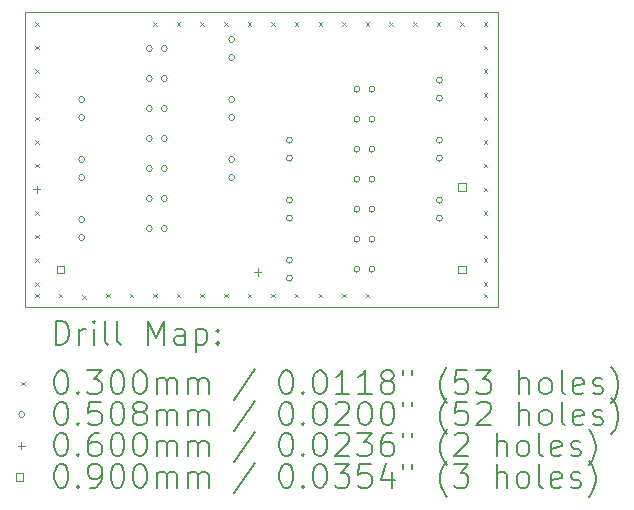
<source format=gbr>
%TF.GenerationSoftware,KiCad,Pcbnew,8.0.3*%
%TF.CreationDate,2024-07-11T09:46:18+02:00*%
%TF.ProjectId,double_145MHz_BPF,646f7562-6c65-45f3-9134-354d487a5f42,rev?*%
%TF.SameCoordinates,Original*%
%TF.FileFunction,Drillmap*%
%TF.FilePolarity,Positive*%
%FSLAX45Y45*%
G04 Gerber Fmt 4.5, Leading zero omitted, Abs format (unit mm)*
G04 Created by KiCad (PCBNEW 8.0.3) date 2024-07-11 09:46:18*
%MOMM*%
%LPD*%
G01*
G04 APERTURE LIST*
%ADD10C,0.050000*%
%ADD11C,0.200000*%
%ADD12C,0.100000*%
G04 APERTURE END LIST*
D10*
X8500000Y-4500000D02*
X12500000Y-4500000D01*
X12500000Y-7000000D01*
X8500000Y-7000000D01*
X8500000Y-4500000D01*
D11*
D12*
X8585000Y-4585000D02*
X8615000Y-4615000D01*
X8615000Y-4585000D02*
X8585000Y-4615000D01*
X8585000Y-4785000D02*
X8615000Y-4815000D01*
X8615000Y-4785000D02*
X8585000Y-4815000D01*
X8585000Y-4985000D02*
X8615000Y-5015000D01*
X8615000Y-4985000D02*
X8585000Y-5015000D01*
X8585000Y-5185000D02*
X8615000Y-5215000D01*
X8615000Y-5185000D02*
X8585000Y-5215000D01*
X8585000Y-5385000D02*
X8615000Y-5415000D01*
X8615000Y-5385000D02*
X8585000Y-5415000D01*
X8585000Y-5585000D02*
X8615000Y-5615000D01*
X8615000Y-5585000D02*
X8585000Y-5615000D01*
X8585000Y-5785000D02*
X8615000Y-5815000D01*
X8615000Y-5785000D02*
X8585000Y-5815000D01*
X8585000Y-6185000D02*
X8615000Y-6215000D01*
X8615000Y-6185000D02*
X8585000Y-6215000D01*
X8585000Y-6385000D02*
X8615000Y-6415000D01*
X8615000Y-6385000D02*
X8585000Y-6415000D01*
X8585000Y-6585000D02*
X8615000Y-6615000D01*
X8615000Y-6585000D02*
X8585000Y-6615000D01*
X8585000Y-6785000D02*
X8615000Y-6815000D01*
X8615000Y-6785000D02*
X8585000Y-6815000D01*
X8585000Y-6885000D02*
X8615000Y-6915000D01*
X8615000Y-6885000D02*
X8585000Y-6915000D01*
X8785000Y-6885000D02*
X8815000Y-6915000D01*
X8815000Y-6885000D02*
X8785000Y-6915000D01*
X8985000Y-6895000D02*
X9015000Y-6925000D01*
X9015000Y-6895000D02*
X8985000Y-6925000D01*
X9185000Y-6885000D02*
X9215000Y-6915000D01*
X9215000Y-6885000D02*
X9185000Y-6915000D01*
X9385000Y-6885000D02*
X9415000Y-6915000D01*
X9415000Y-6885000D02*
X9385000Y-6915000D01*
X9585000Y-4585000D02*
X9615000Y-4615000D01*
X9615000Y-4585000D02*
X9585000Y-4615000D01*
X9585000Y-6885000D02*
X9615000Y-6915000D01*
X9615000Y-6885000D02*
X9585000Y-6915000D01*
X9785000Y-4585000D02*
X9815000Y-4615000D01*
X9815000Y-4585000D02*
X9785000Y-4615000D01*
X9785000Y-6885000D02*
X9815000Y-6915000D01*
X9815000Y-6885000D02*
X9785000Y-6915000D01*
X9985000Y-4585000D02*
X10015000Y-4615000D01*
X10015000Y-4585000D02*
X9985000Y-4615000D01*
X9985000Y-6885000D02*
X10015000Y-6915000D01*
X10015000Y-6885000D02*
X9985000Y-6915000D01*
X10185000Y-4585000D02*
X10215000Y-4615000D01*
X10215000Y-4585000D02*
X10185000Y-4615000D01*
X10185000Y-6885000D02*
X10215000Y-6915000D01*
X10215000Y-6885000D02*
X10185000Y-6915000D01*
X10385000Y-4585000D02*
X10415000Y-4615000D01*
X10415000Y-4585000D02*
X10385000Y-4615000D01*
X10385000Y-6885000D02*
X10415000Y-6915000D01*
X10415000Y-6885000D02*
X10385000Y-6915000D01*
X10585000Y-4585000D02*
X10615000Y-4615000D01*
X10615000Y-4585000D02*
X10585000Y-4615000D01*
X10585000Y-6885000D02*
X10615000Y-6915000D01*
X10615000Y-6885000D02*
X10585000Y-6915000D01*
X10785000Y-4585000D02*
X10815000Y-4615000D01*
X10815000Y-4585000D02*
X10785000Y-4615000D01*
X10785000Y-6885000D02*
X10815000Y-6915000D01*
X10815000Y-6885000D02*
X10785000Y-6915000D01*
X10985000Y-4585000D02*
X11015000Y-4615000D01*
X11015000Y-4585000D02*
X10985000Y-4615000D01*
X10985000Y-6885000D02*
X11015000Y-6915000D01*
X11015000Y-6885000D02*
X10985000Y-6915000D01*
X11185000Y-4585000D02*
X11215000Y-4615000D01*
X11215000Y-4585000D02*
X11185000Y-4615000D01*
X11185000Y-6885000D02*
X11215000Y-6915000D01*
X11215000Y-6885000D02*
X11185000Y-6915000D01*
X11385000Y-4585000D02*
X11415000Y-4615000D01*
X11415000Y-4585000D02*
X11385000Y-4615000D01*
X11385000Y-6885000D02*
X11415000Y-6915000D01*
X11415000Y-6885000D02*
X11385000Y-6915000D01*
X11585000Y-4585000D02*
X11615000Y-4615000D01*
X11615000Y-4585000D02*
X11585000Y-4615000D01*
X11785000Y-4585000D02*
X11815000Y-4615000D01*
X11815000Y-4585000D02*
X11785000Y-4615000D01*
X11985000Y-4585000D02*
X12015000Y-4615000D01*
X12015000Y-4585000D02*
X11985000Y-4615000D01*
X12185000Y-4585000D02*
X12215000Y-4615000D01*
X12215000Y-4585000D02*
X12185000Y-4615000D01*
X12385000Y-4585000D02*
X12415000Y-4615000D01*
X12415000Y-4585000D02*
X12385000Y-4615000D01*
X12385000Y-4785000D02*
X12415000Y-4815000D01*
X12415000Y-4785000D02*
X12385000Y-4815000D01*
X12385000Y-4985000D02*
X12415000Y-5015000D01*
X12415000Y-4985000D02*
X12385000Y-5015000D01*
X12385000Y-5185000D02*
X12415000Y-5215000D01*
X12415000Y-5185000D02*
X12385000Y-5215000D01*
X12385000Y-5385000D02*
X12415000Y-5415000D01*
X12415000Y-5385000D02*
X12385000Y-5415000D01*
X12385000Y-5585000D02*
X12415000Y-5615000D01*
X12415000Y-5585000D02*
X12385000Y-5615000D01*
X12385000Y-5785000D02*
X12415000Y-5815000D01*
X12415000Y-5785000D02*
X12385000Y-5815000D01*
X12385000Y-5985000D02*
X12415000Y-6015000D01*
X12415000Y-5985000D02*
X12385000Y-6015000D01*
X12385000Y-6185000D02*
X12415000Y-6215000D01*
X12415000Y-6185000D02*
X12385000Y-6215000D01*
X12385000Y-6385000D02*
X12415000Y-6415000D01*
X12415000Y-6385000D02*
X12385000Y-6415000D01*
X12385000Y-6585000D02*
X12415000Y-6615000D01*
X12415000Y-6585000D02*
X12385000Y-6615000D01*
X12385000Y-6785000D02*
X12415000Y-6815000D01*
X12415000Y-6785000D02*
X12385000Y-6815000D01*
X12385000Y-6885000D02*
X12415000Y-6915000D01*
X12415000Y-6885000D02*
X12385000Y-6915000D01*
X9005400Y-5239600D02*
G75*
G02*
X8954600Y-5239600I-25400J0D01*
G01*
X8954600Y-5239600D02*
G75*
G02*
X9005400Y-5239600I25400J0D01*
G01*
X9005400Y-5392000D02*
G75*
G02*
X8954600Y-5392000I-25400J0D01*
G01*
X8954600Y-5392000D02*
G75*
G02*
X9005400Y-5392000I25400J0D01*
G01*
X9005400Y-5747600D02*
G75*
G02*
X8954600Y-5747600I-25400J0D01*
G01*
X8954600Y-5747600D02*
G75*
G02*
X9005400Y-5747600I25400J0D01*
G01*
X9005400Y-5900000D02*
G75*
G02*
X8954600Y-5900000I-25400J0D01*
G01*
X8954600Y-5900000D02*
G75*
G02*
X9005400Y-5900000I25400J0D01*
G01*
X9005400Y-6255600D02*
G75*
G02*
X8954600Y-6255600I-25400J0D01*
G01*
X8954600Y-6255600D02*
G75*
G02*
X9005400Y-6255600I25400J0D01*
G01*
X9005400Y-6408000D02*
G75*
G02*
X8954600Y-6408000I-25400J0D01*
G01*
X8954600Y-6408000D02*
G75*
G02*
X9005400Y-6408000I25400J0D01*
G01*
X9576900Y-4807800D02*
G75*
G02*
X9526100Y-4807800I-25400J0D01*
G01*
X9526100Y-4807800D02*
G75*
G02*
X9576900Y-4807800I25400J0D01*
G01*
X9576900Y-5061800D02*
G75*
G02*
X9526100Y-5061800I-25400J0D01*
G01*
X9526100Y-5061800D02*
G75*
G02*
X9576900Y-5061800I25400J0D01*
G01*
X9576900Y-5315800D02*
G75*
G02*
X9526100Y-5315800I-25400J0D01*
G01*
X9526100Y-5315800D02*
G75*
G02*
X9576900Y-5315800I25400J0D01*
G01*
X9576900Y-5569800D02*
G75*
G02*
X9526100Y-5569800I-25400J0D01*
G01*
X9526100Y-5569800D02*
G75*
G02*
X9576900Y-5569800I25400J0D01*
G01*
X9576900Y-5823800D02*
G75*
G02*
X9526100Y-5823800I-25400J0D01*
G01*
X9526100Y-5823800D02*
G75*
G02*
X9576900Y-5823800I25400J0D01*
G01*
X9576900Y-6077800D02*
G75*
G02*
X9526100Y-6077800I-25400J0D01*
G01*
X9526100Y-6077800D02*
G75*
G02*
X9576900Y-6077800I25400J0D01*
G01*
X9576900Y-6331800D02*
G75*
G02*
X9526100Y-6331800I-25400J0D01*
G01*
X9526100Y-6331800D02*
G75*
G02*
X9576900Y-6331800I25400J0D01*
G01*
X9703900Y-4807800D02*
G75*
G02*
X9653100Y-4807800I-25400J0D01*
G01*
X9653100Y-4807800D02*
G75*
G02*
X9703900Y-4807800I25400J0D01*
G01*
X9703900Y-5061800D02*
G75*
G02*
X9653100Y-5061800I-25400J0D01*
G01*
X9653100Y-5061800D02*
G75*
G02*
X9703900Y-5061800I25400J0D01*
G01*
X9703900Y-5315800D02*
G75*
G02*
X9653100Y-5315800I-25400J0D01*
G01*
X9653100Y-5315800D02*
G75*
G02*
X9703900Y-5315800I25400J0D01*
G01*
X9703900Y-5569800D02*
G75*
G02*
X9653100Y-5569800I-25400J0D01*
G01*
X9653100Y-5569800D02*
G75*
G02*
X9703900Y-5569800I25400J0D01*
G01*
X9703900Y-5823800D02*
G75*
G02*
X9653100Y-5823800I-25400J0D01*
G01*
X9653100Y-5823800D02*
G75*
G02*
X9703900Y-5823800I25400J0D01*
G01*
X9703900Y-6077800D02*
G75*
G02*
X9653100Y-6077800I-25400J0D01*
G01*
X9653100Y-6077800D02*
G75*
G02*
X9703900Y-6077800I25400J0D01*
G01*
X9703900Y-6331800D02*
G75*
G02*
X9653100Y-6331800I-25400J0D01*
G01*
X9653100Y-6331800D02*
G75*
G02*
X9703900Y-6331800I25400J0D01*
G01*
X10275400Y-4731600D02*
G75*
G02*
X10224600Y-4731600I-25400J0D01*
G01*
X10224600Y-4731600D02*
G75*
G02*
X10275400Y-4731600I25400J0D01*
G01*
X10275400Y-4884000D02*
G75*
G02*
X10224600Y-4884000I-25400J0D01*
G01*
X10224600Y-4884000D02*
G75*
G02*
X10275400Y-4884000I25400J0D01*
G01*
X10275400Y-5239600D02*
G75*
G02*
X10224600Y-5239600I-25400J0D01*
G01*
X10224600Y-5239600D02*
G75*
G02*
X10275400Y-5239600I25400J0D01*
G01*
X10275400Y-5392000D02*
G75*
G02*
X10224600Y-5392000I-25400J0D01*
G01*
X10224600Y-5392000D02*
G75*
G02*
X10275400Y-5392000I25400J0D01*
G01*
X10275400Y-5747600D02*
G75*
G02*
X10224600Y-5747600I-25400J0D01*
G01*
X10224600Y-5747600D02*
G75*
G02*
X10275400Y-5747600I25400J0D01*
G01*
X10275400Y-5900000D02*
G75*
G02*
X10224600Y-5900000I-25400J0D01*
G01*
X10224600Y-5900000D02*
G75*
G02*
X10275400Y-5900000I25400J0D01*
G01*
X10763350Y-5583800D02*
G75*
G02*
X10712550Y-5583800I-25400J0D01*
G01*
X10712550Y-5583800D02*
G75*
G02*
X10763350Y-5583800I25400J0D01*
G01*
X10763350Y-5736200D02*
G75*
G02*
X10712550Y-5736200I-25400J0D01*
G01*
X10712550Y-5736200D02*
G75*
G02*
X10763350Y-5736200I25400J0D01*
G01*
X10763350Y-6091800D02*
G75*
G02*
X10712550Y-6091800I-25400J0D01*
G01*
X10712550Y-6091800D02*
G75*
G02*
X10763350Y-6091800I25400J0D01*
G01*
X10763350Y-6244200D02*
G75*
G02*
X10712550Y-6244200I-25400J0D01*
G01*
X10712550Y-6244200D02*
G75*
G02*
X10763350Y-6244200I25400J0D01*
G01*
X10763350Y-6599800D02*
G75*
G02*
X10712550Y-6599800I-25400J0D01*
G01*
X10712550Y-6599800D02*
G75*
G02*
X10763350Y-6599800I25400J0D01*
G01*
X10763350Y-6752200D02*
G75*
G02*
X10712550Y-6752200I-25400J0D01*
G01*
X10712550Y-6752200D02*
G75*
G02*
X10763350Y-6752200I25400J0D01*
G01*
X11334850Y-5152000D02*
G75*
G02*
X11284050Y-5152000I-25400J0D01*
G01*
X11284050Y-5152000D02*
G75*
G02*
X11334850Y-5152000I25400J0D01*
G01*
X11334850Y-5406000D02*
G75*
G02*
X11284050Y-5406000I-25400J0D01*
G01*
X11284050Y-5406000D02*
G75*
G02*
X11334850Y-5406000I25400J0D01*
G01*
X11334850Y-5660000D02*
G75*
G02*
X11284050Y-5660000I-25400J0D01*
G01*
X11284050Y-5660000D02*
G75*
G02*
X11334850Y-5660000I25400J0D01*
G01*
X11334850Y-5914000D02*
G75*
G02*
X11284050Y-5914000I-25400J0D01*
G01*
X11284050Y-5914000D02*
G75*
G02*
X11334850Y-5914000I25400J0D01*
G01*
X11334850Y-6168000D02*
G75*
G02*
X11284050Y-6168000I-25400J0D01*
G01*
X11284050Y-6168000D02*
G75*
G02*
X11334850Y-6168000I25400J0D01*
G01*
X11334850Y-6422000D02*
G75*
G02*
X11284050Y-6422000I-25400J0D01*
G01*
X11284050Y-6422000D02*
G75*
G02*
X11334850Y-6422000I25400J0D01*
G01*
X11334850Y-6676000D02*
G75*
G02*
X11284050Y-6676000I-25400J0D01*
G01*
X11284050Y-6676000D02*
G75*
G02*
X11334850Y-6676000I25400J0D01*
G01*
X11461850Y-5152000D02*
G75*
G02*
X11411050Y-5152000I-25400J0D01*
G01*
X11411050Y-5152000D02*
G75*
G02*
X11461850Y-5152000I25400J0D01*
G01*
X11461850Y-5406000D02*
G75*
G02*
X11411050Y-5406000I-25400J0D01*
G01*
X11411050Y-5406000D02*
G75*
G02*
X11461850Y-5406000I25400J0D01*
G01*
X11461850Y-5660000D02*
G75*
G02*
X11411050Y-5660000I-25400J0D01*
G01*
X11411050Y-5660000D02*
G75*
G02*
X11461850Y-5660000I25400J0D01*
G01*
X11461850Y-5914000D02*
G75*
G02*
X11411050Y-5914000I-25400J0D01*
G01*
X11411050Y-5914000D02*
G75*
G02*
X11461850Y-5914000I25400J0D01*
G01*
X11461850Y-6168000D02*
G75*
G02*
X11411050Y-6168000I-25400J0D01*
G01*
X11411050Y-6168000D02*
G75*
G02*
X11461850Y-6168000I25400J0D01*
G01*
X11461850Y-6422000D02*
G75*
G02*
X11411050Y-6422000I-25400J0D01*
G01*
X11411050Y-6422000D02*
G75*
G02*
X11461850Y-6422000I25400J0D01*
G01*
X11461850Y-6676000D02*
G75*
G02*
X11411050Y-6676000I-25400J0D01*
G01*
X11411050Y-6676000D02*
G75*
G02*
X11461850Y-6676000I25400J0D01*
G01*
X12033350Y-5075800D02*
G75*
G02*
X11982550Y-5075800I-25400J0D01*
G01*
X11982550Y-5075800D02*
G75*
G02*
X12033350Y-5075800I25400J0D01*
G01*
X12033350Y-5228200D02*
G75*
G02*
X11982550Y-5228200I-25400J0D01*
G01*
X11982550Y-5228200D02*
G75*
G02*
X12033350Y-5228200I25400J0D01*
G01*
X12033350Y-5583800D02*
G75*
G02*
X11982550Y-5583800I-25400J0D01*
G01*
X11982550Y-5583800D02*
G75*
G02*
X12033350Y-5583800I25400J0D01*
G01*
X12033350Y-5736200D02*
G75*
G02*
X11982550Y-5736200I-25400J0D01*
G01*
X11982550Y-5736200D02*
G75*
G02*
X12033350Y-5736200I25400J0D01*
G01*
X12033350Y-6091800D02*
G75*
G02*
X11982550Y-6091800I-25400J0D01*
G01*
X11982550Y-6091800D02*
G75*
G02*
X12033350Y-6091800I25400J0D01*
G01*
X12033350Y-6244200D02*
G75*
G02*
X11982550Y-6244200I-25400J0D01*
G01*
X11982550Y-6244200D02*
G75*
G02*
X12033350Y-6244200I25400J0D01*
G01*
X8600000Y-5970000D02*
X8600000Y-6030000D01*
X8570000Y-6000000D02*
X8630000Y-6000000D01*
X10470000Y-6670000D02*
X10470000Y-6730000D01*
X10440000Y-6700000D02*
X10500000Y-6700000D01*
X8831820Y-6711820D02*
X8831820Y-6648180D01*
X8768180Y-6648180D01*
X8768180Y-6711820D01*
X8831820Y-6711820D01*
X12231820Y-6011820D02*
X12231820Y-5948180D01*
X12168180Y-5948180D01*
X12168180Y-6011820D01*
X12231820Y-6011820D01*
X12231820Y-6711820D02*
X12231820Y-6648180D01*
X12168180Y-6648180D01*
X12168180Y-6711820D01*
X12231820Y-6711820D01*
D11*
X8758277Y-7313984D02*
X8758277Y-7113984D01*
X8758277Y-7113984D02*
X8805896Y-7113984D01*
X8805896Y-7113984D02*
X8834467Y-7123508D01*
X8834467Y-7123508D02*
X8853515Y-7142555D01*
X8853515Y-7142555D02*
X8863039Y-7161603D01*
X8863039Y-7161603D02*
X8872563Y-7199698D01*
X8872563Y-7199698D02*
X8872563Y-7228269D01*
X8872563Y-7228269D02*
X8863039Y-7266365D01*
X8863039Y-7266365D02*
X8853515Y-7285412D01*
X8853515Y-7285412D02*
X8834467Y-7304460D01*
X8834467Y-7304460D02*
X8805896Y-7313984D01*
X8805896Y-7313984D02*
X8758277Y-7313984D01*
X8958277Y-7313984D02*
X8958277Y-7180650D01*
X8958277Y-7218746D02*
X8967801Y-7199698D01*
X8967801Y-7199698D02*
X8977324Y-7190174D01*
X8977324Y-7190174D02*
X8996372Y-7180650D01*
X8996372Y-7180650D02*
X9015420Y-7180650D01*
X9082086Y-7313984D02*
X9082086Y-7180650D01*
X9082086Y-7113984D02*
X9072563Y-7123508D01*
X9072563Y-7123508D02*
X9082086Y-7133031D01*
X9082086Y-7133031D02*
X9091610Y-7123508D01*
X9091610Y-7123508D02*
X9082086Y-7113984D01*
X9082086Y-7113984D02*
X9082086Y-7133031D01*
X9205896Y-7313984D02*
X9186848Y-7304460D01*
X9186848Y-7304460D02*
X9177324Y-7285412D01*
X9177324Y-7285412D02*
X9177324Y-7113984D01*
X9310658Y-7313984D02*
X9291610Y-7304460D01*
X9291610Y-7304460D02*
X9282086Y-7285412D01*
X9282086Y-7285412D02*
X9282086Y-7113984D01*
X9539229Y-7313984D02*
X9539229Y-7113984D01*
X9539229Y-7113984D02*
X9605896Y-7256841D01*
X9605896Y-7256841D02*
X9672563Y-7113984D01*
X9672563Y-7113984D02*
X9672563Y-7313984D01*
X9853515Y-7313984D02*
X9853515Y-7209222D01*
X9853515Y-7209222D02*
X9843991Y-7190174D01*
X9843991Y-7190174D02*
X9824944Y-7180650D01*
X9824944Y-7180650D02*
X9786848Y-7180650D01*
X9786848Y-7180650D02*
X9767801Y-7190174D01*
X9853515Y-7304460D02*
X9834467Y-7313984D01*
X9834467Y-7313984D02*
X9786848Y-7313984D01*
X9786848Y-7313984D02*
X9767801Y-7304460D01*
X9767801Y-7304460D02*
X9758277Y-7285412D01*
X9758277Y-7285412D02*
X9758277Y-7266365D01*
X9758277Y-7266365D02*
X9767801Y-7247317D01*
X9767801Y-7247317D02*
X9786848Y-7237793D01*
X9786848Y-7237793D02*
X9834467Y-7237793D01*
X9834467Y-7237793D02*
X9853515Y-7228269D01*
X9948753Y-7180650D02*
X9948753Y-7380650D01*
X9948753Y-7190174D02*
X9967801Y-7180650D01*
X9967801Y-7180650D02*
X10005896Y-7180650D01*
X10005896Y-7180650D02*
X10024944Y-7190174D01*
X10024944Y-7190174D02*
X10034467Y-7199698D01*
X10034467Y-7199698D02*
X10043991Y-7218746D01*
X10043991Y-7218746D02*
X10043991Y-7275888D01*
X10043991Y-7275888D02*
X10034467Y-7294936D01*
X10034467Y-7294936D02*
X10024944Y-7304460D01*
X10024944Y-7304460D02*
X10005896Y-7313984D01*
X10005896Y-7313984D02*
X9967801Y-7313984D01*
X9967801Y-7313984D02*
X9948753Y-7304460D01*
X10129705Y-7294936D02*
X10139229Y-7304460D01*
X10139229Y-7304460D02*
X10129705Y-7313984D01*
X10129705Y-7313984D02*
X10120182Y-7304460D01*
X10120182Y-7304460D02*
X10129705Y-7294936D01*
X10129705Y-7294936D02*
X10129705Y-7313984D01*
X10129705Y-7190174D02*
X10139229Y-7199698D01*
X10139229Y-7199698D02*
X10129705Y-7209222D01*
X10129705Y-7209222D02*
X10120182Y-7199698D01*
X10120182Y-7199698D02*
X10129705Y-7190174D01*
X10129705Y-7190174D02*
X10129705Y-7209222D01*
D12*
X8467500Y-7627500D02*
X8497500Y-7657500D01*
X8497500Y-7627500D02*
X8467500Y-7657500D01*
D11*
X8796372Y-7533984D02*
X8815420Y-7533984D01*
X8815420Y-7533984D02*
X8834467Y-7543508D01*
X8834467Y-7543508D02*
X8843991Y-7553031D01*
X8843991Y-7553031D02*
X8853515Y-7572079D01*
X8853515Y-7572079D02*
X8863039Y-7610174D01*
X8863039Y-7610174D02*
X8863039Y-7657793D01*
X8863039Y-7657793D02*
X8853515Y-7695888D01*
X8853515Y-7695888D02*
X8843991Y-7714936D01*
X8843991Y-7714936D02*
X8834467Y-7724460D01*
X8834467Y-7724460D02*
X8815420Y-7733984D01*
X8815420Y-7733984D02*
X8796372Y-7733984D01*
X8796372Y-7733984D02*
X8777324Y-7724460D01*
X8777324Y-7724460D02*
X8767801Y-7714936D01*
X8767801Y-7714936D02*
X8758277Y-7695888D01*
X8758277Y-7695888D02*
X8748753Y-7657793D01*
X8748753Y-7657793D02*
X8748753Y-7610174D01*
X8748753Y-7610174D02*
X8758277Y-7572079D01*
X8758277Y-7572079D02*
X8767801Y-7553031D01*
X8767801Y-7553031D02*
X8777324Y-7543508D01*
X8777324Y-7543508D02*
X8796372Y-7533984D01*
X8948753Y-7714936D02*
X8958277Y-7724460D01*
X8958277Y-7724460D02*
X8948753Y-7733984D01*
X8948753Y-7733984D02*
X8939229Y-7724460D01*
X8939229Y-7724460D02*
X8948753Y-7714936D01*
X8948753Y-7714936D02*
X8948753Y-7733984D01*
X9024944Y-7533984D02*
X9148753Y-7533984D01*
X9148753Y-7533984D02*
X9082086Y-7610174D01*
X9082086Y-7610174D02*
X9110658Y-7610174D01*
X9110658Y-7610174D02*
X9129705Y-7619698D01*
X9129705Y-7619698D02*
X9139229Y-7629222D01*
X9139229Y-7629222D02*
X9148753Y-7648269D01*
X9148753Y-7648269D02*
X9148753Y-7695888D01*
X9148753Y-7695888D02*
X9139229Y-7714936D01*
X9139229Y-7714936D02*
X9129705Y-7724460D01*
X9129705Y-7724460D02*
X9110658Y-7733984D01*
X9110658Y-7733984D02*
X9053515Y-7733984D01*
X9053515Y-7733984D02*
X9034467Y-7724460D01*
X9034467Y-7724460D02*
X9024944Y-7714936D01*
X9272563Y-7533984D02*
X9291610Y-7533984D01*
X9291610Y-7533984D02*
X9310658Y-7543508D01*
X9310658Y-7543508D02*
X9320182Y-7553031D01*
X9320182Y-7553031D02*
X9329705Y-7572079D01*
X9329705Y-7572079D02*
X9339229Y-7610174D01*
X9339229Y-7610174D02*
X9339229Y-7657793D01*
X9339229Y-7657793D02*
X9329705Y-7695888D01*
X9329705Y-7695888D02*
X9320182Y-7714936D01*
X9320182Y-7714936D02*
X9310658Y-7724460D01*
X9310658Y-7724460D02*
X9291610Y-7733984D01*
X9291610Y-7733984D02*
X9272563Y-7733984D01*
X9272563Y-7733984D02*
X9253515Y-7724460D01*
X9253515Y-7724460D02*
X9243991Y-7714936D01*
X9243991Y-7714936D02*
X9234467Y-7695888D01*
X9234467Y-7695888D02*
X9224944Y-7657793D01*
X9224944Y-7657793D02*
X9224944Y-7610174D01*
X9224944Y-7610174D02*
X9234467Y-7572079D01*
X9234467Y-7572079D02*
X9243991Y-7553031D01*
X9243991Y-7553031D02*
X9253515Y-7543508D01*
X9253515Y-7543508D02*
X9272563Y-7533984D01*
X9463039Y-7533984D02*
X9482086Y-7533984D01*
X9482086Y-7533984D02*
X9501134Y-7543508D01*
X9501134Y-7543508D02*
X9510658Y-7553031D01*
X9510658Y-7553031D02*
X9520182Y-7572079D01*
X9520182Y-7572079D02*
X9529705Y-7610174D01*
X9529705Y-7610174D02*
X9529705Y-7657793D01*
X9529705Y-7657793D02*
X9520182Y-7695888D01*
X9520182Y-7695888D02*
X9510658Y-7714936D01*
X9510658Y-7714936D02*
X9501134Y-7724460D01*
X9501134Y-7724460D02*
X9482086Y-7733984D01*
X9482086Y-7733984D02*
X9463039Y-7733984D01*
X9463039Y-7733984D02*
X9443991Y-7724460D01*
X9443991Y-7724460D02*
X9434467Y-7714936D01*
X9434467Y-7714936D02*
X9424944Y-7695888D01*
X9424944Y-7695888D02*
X9415420Y-7657793D01*
X9415420Y-7657793D02*
X9415420Y-7610174D01*
X9415420Y-7610174D02*
X9424944Y-7572079D01*
X9424944Y-7572079D02*
X9434467Y-7553031D01*
X9434467Y-7553031D02*
X9443991Y-7543508D01*
X9443991Y-7543508D02*
X9463039Y-7533984D01*
X9615420Y-7733984D02*
X9615420Y-7600650D01*
X9615420Y-7619698D02*
X9624944Y-7610174D01*
X9624944Y-7610174D02*
X9643991Y-7600650D01*
X9643991Y-7600650D02*
X9672563Y-7600650D01*
X9672563Y-7600650D02*
X9691610Y-7610174D01*
X9691610Y-7610174D02*
X9701134Y-7629222D01*
X9701134Y-7629222D02*
X9701134Y-7733984D01*
X9701134Y-7629222D02*
X9710658Y-7610174D01*
X9710658Y-7610174D02*
X9729705Y-7600650D01*
X9729705Y-7600650D02*
X9758277Y-7600650D01*
X9758277Y-7600650D02*
X9777325Y-7610174D01*
X9777325Y-7610174D02*
X9786848Y-7629222D01*
X9786848Y-7629222D02*
X9786848Y-7733984D01*
X9882086Y-7733984D02*
X9882086Y-7600650D01*
X9882086Y-7619698D02*
X9891610Y-7610174D01*
X9891610Y-7610174D02*
X9910658Y-7600650D01*
X9910658Y-7600650D02*
X9939229Y-7600650D01*
X9939229Y-7600650D02*
X9958277Y-7610174D01*
X9958277Y-7610174D02*
X9967801Y-7629222D01*
X9967801Y-7629222D02*
X9967801Y-7733984D01*
X9967801Y-7629222D02*
X9977325Y-7610174D01*
X9977325Y-7610174D02*
X9996372Y-7600650D01*
X9996372Y-7600650D02*
X10024944Y-7600650D01*
X10024944Y-7600650D02*
X10043991Y-7610174D01*
X10043991Y-7610174D02*
X10053515Y-7629222D01*
X10053515Y-7629222D02*
X10053515Y-7733984D01*
X10443991Y-7524460D02*
X10272563Y-7781603D01*
X10701134Y-7533984D02*
X10720182Y-7533984D01*
X10720182Y-7533984D02*
X10739229Y-7543508D01*
X10739229Y-7543508D02*
X10748753Y-7553031D01*
X10748753Y-7553031D02*
X10758277Y-7572079D01*
X10758277Y-7572079D02*
X10767801Y-7610174D01*
X10767801Y-7610174D02*
X10767801Y-7657793D01*
X10767801Y-7657793D02*
X10758277Y-7695888D01*
X10758277Y-7695888D02*
X10748753Y-7714936D01*
X10748753Y-7714936D02*
X10739229Y-7724460D01*
X10739229Y-7724460D02*
X10720182Y-7733984D01*
X10720182Y-7733984D02*
X10701134Y-7733984D01*
X10701134Y-7733984D02*
X10682087Y-7724460D01*
X10682087Y-7724460D02*
X10672563Y-7714936D01*
X10672563Y-7714936D02*
X10663039Y-7695888D01*
X10663039Y-7695888D02*
X10653515Y-7657793D01*
X10653515Y-7657793D02*
X10653515Y-7610174D01*
X10653515Y-7610174D02*
X10663039Y-7572079D01*
X10663039Y-7572079D02*
X10672563Y-7553031D01*
X10672563Y-7553031D02*
X10682087Y-7543508D01*
X10682087Y-7543508D02*
X10701134Y-7533984D01*
X10853515Y-7714936D02*
X10863039Y-7724460D01*
X10863039Y-7724460D02*
X10853515Y-7733984D01*
X10853515Y-7733984D02*
X10843991Y-7724460D01*
X10843991Y-7724460D02*
X10853515Y-7714936D01*
X10853515Y-7714936D02*
X10853515Y-7733984D01*
X10986848Y-7533984D02*
X11005896Y-7533984D01*
X11005896Y-7533984D02*
X11024944Y-7543508D01*
X11024944Y-7543508D02*
X11034468Y-7553031D01*
X11034468Y-7553031D02*
X11043991Y-7572079D01*
X11043991Y-7572079D02*
X11053515Y-7610174D01*
X11053515Y-7610174D02*
X11053515Y-7657793D01*
X11053515Y-7657793D02*
X11043991Y-7695888D01*
X11043991Y-7695888D02*
X11034468Y-7714936D01*
X11034468Y-7714936D02*
X11024944Y-7724460D01*
X11024944Y-7724460D02*
X11005896Y-7733984D01*
X11005896Y-7733984D02*
X10986848Y-7733984D01*
X10986848Y-7733984D02*
X10967801Y-7724460D01*
X10967801Y-7724460D02*
X10958277Y-7714936D01*
X10958277Y-7714936D02*
X10948753Y-7695888D01*
X10948753Y-7695888D02*
X10939229Y-7657793D01*
X10939229Y-7657793D02*
X10939229Y-7610174D01*
X10939229Y-7610174D02*
X10948753Y-7572079D01*
X10948753Y-7572079D02*
X10958277Y-7553031D01*
X10958277Y-7553031D02*
X10967801Y-7543508D01*
X10967801Y-7543508D02*
X10986848Y-7533984D01*
X11243991Y-7733984D02*
X11129706Y-7733984D01*
X11186848Y-7733984D02*
X11186848Y-7533984D01*
X11186848Y-7533984D02*
X11167801Y-7562555D01*
X11167801Y-7562555D02*
X11148753Y-7581603D01*
X11148753Y-7581603D02*
X11129706Y-7591127D01*
X11434467Y-7733984D02*
X11320182Y-7733984D01*
X11377325Y-7733984D02*
X11377325Y-7533984D01*
X11377325Y-7533984D02*
X11358277Y-7562555D01*
X11358277Y-7562555D02*
X11339229Y-7581603D01*
X11339229Y-7581603D02*
X11320182Y-7591127D01*
X11548753Y-7619698D02*
X11529706Y-7610174D01*
X11529706Y-7610174D02*
X11520182Y-7600650D01*
X11520182Y-7600650D02*
X11510658Y-7581603D01*
X11510658Y-7581603D02*
X11510658Y-7572079D01*
X11510658Y-7572079D02*
X11520182Y-7553031D01*
X11520182Y-7553031D02*
X11529706Y-7543508D01*
X11529706Y-7543508D02*
X11548753Y-7533984D01*
X11548753Y-7533984D02*
X11586848Y-7533984D01*
X11586848Y-7533984D02*
X11605896Y-7543508D01*
X11605896Y-7543508D02*
X11615420Y-7553031D01*
X11615420Y-7553031D02*
X11624944Y-7572079D01*
X11624944Y-7572079D02*
X11624944Y-7581603D01*
X11624944Y-7581603D02*
X11615420Y-7600650D01*
X11615420Y-7600650D02*
X11605896Y-7610174D01*
X11605896Y-7610174D02*
X11586848Y-7619698D01*
X11586848Y-7619698D02*
X11548753Y-7619698D01*
X11548753Y-7619698D02*
X11529706Y-7629222D01*
X11529706Y-7629222D02*
X11520182Y-7638746D01*
X11520182Y-7638746D02*
X11510658Y-7657793D01*
X11510658Y-7657793D02*
X11510658Y-7695888D01*
X11510658Y-7695888D02*
X11520182Y-7714936D01*
X11520182Y-7714936D02*
X11529706Y-7724460D01*
X11529706Y-7724460D02*
X11548753Y-7733984D01*
X11548753Y-7733984D02*
X11586848Y-7733984D01*
X11586848Y-7733984D02*
X11605896Y-7724460D01*
X11605896Y-7724460D02*
X11615420Y-7714936D01*
X11615420Y-7714936D02*
X11624944Y-7695888D01*
X11624944Y-7695888D02*
X11624944Y-7657793D01*
X11624944Y-7657793D02*
X11615420Y-7638746D01*
X11615420Y-7638746D02*
X11605896Y-7629222D01*
X11605896Y-7629222D02*
X11586848Y-7619698D01*
X11701134Y-7533984D02*
X11701134Y-7572079D01*
X11777325Y-7533984D02*
X11777325Y-7572079D01*
X12072563Y-7810174D02*
X12063039Y-7800650D01*
X12063039Y-7800650D02*
X12043991Y-7772079D01*
X12043991Y-7772079D02*
X12034468Y-7753031D01*
X12034468Y-7753031D02*
X12024944Y-7724460D01*
X12024944Y-7724460D02*
X12015420Y-7676841D01*
X12015420Y-7676841D02*
X12015420Y-7638746D01*
X12015420Y-7638746D02*
X12024944Y-7591127D01*
X12024944Y-7591127D02*
X12034468Y-7562555D01*
X12034468Y-7562555D02*
X12043991Y-7543508D01*
X12043991Y-7543508D02*
X12063039Y-7514936D01*
X12063039Y-7514936D02*
X12072563Y-7505412D01*
X12243991Y-7533984D02*
X12148753Y-7533984D01*
X12148753Y-7533984D02*
X12139229Y-7629222D01*
X12139229Y-7629222D02*
X12148753Y-7619698D01*
X12148753Y-7619698D02*
X12167801Y-7610174D01*
X12167801Y-7610174D02*
X12215420Y-7610174D01*
X12215420Y-7610174D02*
X12234468Y-7619698D01*
X12234468Y-7619698D02*
X12243991Y-7629222D01*
X12243991Y-7629222D02*
X12253515Y-7648269D01*
X12253515Y-7648269D02*
X12253515Y-7695888D01*
X12253515Y-7695888D02*
X12243991Y-7714936D01*
X12243991Y-7714936D02*
X12234468Y-7724460D01*
X12234468Y-7724460D02*
X12215420Y-7733984D01*
X12215420Y-7733984D02*
X12167801Y-7733984D01*
X12167801Y-7733984D02*
X12148753Y-7724460D01*
X12148753Y-7724460D02*
X12139229Y-7714936D01*
X12320182Y-7533984D02*
X12443991Y-7533984D01*
X12443991Y-7533984D02*
X12377325Y-7610174D01*
X12377325Y-7610174D02*
X12405896Y-7610174D01*
X12405896Y-7610174D02*
X12424944Y-7619698D01*
X12424944Y-7619698D02*
X12434468Y-7629222D01*
X12434468Y-7629222D02*
X12443991Y-7648269D01*
X12443991Y-7648269D02*
X12443991Y-7695888D01*
X12443991Y-7695888D02*
X12434468Y-7714936D01*
X12434468Y-7714936D02*
X12424944Y-7724460D01*
X12424944Y-7724460D02*
X12405896Y-7733984D01*
X12405896Y-7733984D02*
X12348753Y-7733984D01*
X12348753Y-7733984D02*
X12329706Y-7724460D01*
X12329706Y-7724460D02*
X12320182Y-7714936D01*
X12682087Y-7733984D02*
X12682087Y-7533984D01*
X12767801Y-7733984D02*
X12767801Y-7629222D01*
X12767801Y-7629222D02*
X12758277Y-7610174D01*
X12758277Y-7610174D02*
X12739230Y-7600650D01*
X12739230Y-7600650D02*
X12710658Y-7600650D01*
X12710658Y-7600650D02*
X12691610Y-7610174D01*
X12691610Y-7610174D02*
X12682087Y-7619698D01*
X12891610Y-7733984D02*
X12872563Y-7724460D01*
X12872563Y-7724460D02*
X12863039Y-7714936D01*
X12863039Y-7714936D02*
X12853515Y-7695888D01*
X12853515Y-7695888D02*
X12853515Y-7638746D01*
X12853515Y-7638746D02*
X12863039Y-7619698D01*
X12863039Y-7619698D02*
X12872563Y-7610174D01*
X12872563Y-7610174D02*
X12891610Y-7600650D01*
X12891610Y-7600650D02*
X12920182Y-7600650D01*
X12920182Y-7600650D02*
X12939230Y-7610174D01*
X12939230Y-7610174D02*
X12948753Y-7619698D01*
X12948753Y-7619698D02*
X12958277Y-7638746D01*
X12958277Y-7638746D02*
X12958277Y-7695888D01*
X12958277Y-7695888D02*
X12948753Y-7714936D01*
X12948753Y-7714936D02*
X12939230Y-7724460D01*
X12939230Y-7724460D02*
X12920182Y-7733984D01*
X12920182Y-7733984D02*
X12891610Y-7733984D01*
X13072563Y-7733984D02*
X13053515Y-7724460D01*
X13053515Y-7724460D02*
X13043991Y-7705412D01*
X13043991Y-7705412D02*
X13043991Y-7533984D01*
X13224944Y-7724460D02*
X13205896Y-7733984D01*
X13205896Y-7733984D02*
X13167801Y-7733984D01*
X13167801Y-7733984D02*
X13148753Y-7724460D01*
X13148753Y-7724460D02*
X13139230Y-7705412D01*
X13139230Y-7705412D02*
X13139230Y-7629222D01*
X13139230Y-7629222D02*
X13148753Y-7610174D01*
X13148753Y-7610174D02*
X13167801Y-7600650D01*
X13167801Y-7600650D02*
X13205896Y-7600650D01*
X13205896Y-7600650D02*
X13224944Y-7610174D01*
X13224944Y-7610174D02*
X13234468Y-7629222D01*
X13234468Y-7629222D02*
X13234468Y-7648269D01*
X13234468Y-7648269D02*
X13139230Y-7667317D01*
X13310658Y-7724460D02*
X13329706Y-7733984D01*
X13329706Y-7733984D02*
X13367801Y-7733984D01*
X13367801Y-7733984D02*
X13386849Y-7724460D01*
X13386849Y-7724460D02*
X13396372Y-7705412D01*
X13396372Y-7705412D02*
X13396372Y-7695888D01*
X13396372Y-7695888D02*
X13386849Y-7676841D01*
X13386849Y-7676841D02*
X13367801Y-7667317D01*
X13367801Y-7667317D02*
X13339230Y-7667317D01*
X13339230Y-7667317D02*
X13320182Y-7657793D01*
X13320182Y-7657793D02*
X13310658Y-7638746D01*
X13310658Y-7638746D02*
X13310658Y-7629222D01*
X13310658Y-7629222D02*
X13320182Y-7610174D01*
X13320182Y-7610174D02*
X13339230Y-7600650D01*
X13339230Y-7600650D02*
X13367801Y-7600650D01*
X13367801Y-7600650D02*
X13386849Y-7610174D01*
X13463039Y-7810174D02*
X13472563Y-7800650D01*
X13472563Y-7800650D02*
X13491611Y-7772079D01*
X13491611Y-7772079D02*
X13501134Y-7753031D01*
X13501134Y-7753031D02*
X13510658Y-7724460D01*
X13510658Y-7724460D02*
X13520182Y-7676841D01*
X13520182Y-7676841D02*
X13520182Y-7638746D01*
X13520182Y-7638746D02*
X13510658Y-7591127D01*
X13510658Y-7591127D02*
X13501134Y-7562555D01*
X13501134Y-7562555D02*
X13491611Y-7543508D01*
X13491611Y-7543508D02*
X13472563Y-7514936D01*
X13472563Y-7514936D02*
X13463039Y-7505412D01*
D12*
X8497500Y-7906500D02*
G75*
G02*
X8446700Y-7906500I-25400J0D01*
G01*
X8446700Y-7906500D02*
G75*
G02*
X8497500Y-7906500I25400J0D01*
G01*
D11*
X8796372Y-7797984D02*
X8815420Y-7797984D01*
X8815420Y-7797984D02*
X8834467Y-7807508D01*
X8834467Y-7807508D02*
X8843991Y-7817031D01*
X8843991Y-7817031D02*
X8853515Y-7836079D01*
X8853515Y-7836079D02*
X8863039Y-7874174D01*
X8863039Y-7874174D02*
X8863039Y-7921793D01*
X8863039Y-7921793D02*
X8853515Y-7959888D01*
X8853515Y-7959888D02*
X8843991Y-7978936D01*
X8843991Y-7978936D02*
X8834467Y-7988460D01*
X8834467Y-7988460D02*
X8815420Y-7997984D01*
X8815420Y-7997984D02*
X8796372Y-7997984D01*
X8796372Y-7997984D02*
X8777324Y-7988460D01*
X8777324Y-7988460D02*
X8767801Y-7978936D01*
X8767801Y-7978936D02*
X8758277Y-7959888D01*
X8758277Y-7959888D02*
X8748753Y-7921793D01*
X8748753Y-7921793D02*
X8748753Y-7874174D01*
X8748753Y-7874174D02*
X8758277Y-7836079D01*
X8758277Y-7836079D02*
X8767801Y-7817031D01*
X8767801Y-7817031D02*
X8777324Y-7807508D01*
X8777324Y-7807508D02*
X8796372Y-7797984D01*
X8948753Y-7978936D02*
X8958277Y-7988460D01*
X8958277Y-7988460D02*
X8948753Y-7997984D01*
X8948753Y-7997984D02*
X8939229Y-7988460D01*
X8939229Y-7988460D02*
X8948753Y-7978936D01*
X8948753Y-7978936D02*
X8948753Y-7997984D01*
X9139229Y-7797984D02*
X9043991Y-7797984D01*
X9043991Y-7797984D02*
X9034467Y-7893222D01*
X9034467Y-7893222D02*
X9043991Y-7883698D01*
X9043991Y-7883698D02*
X9063039Y-7874174D01*
X9063039Y-7874174D02*
X9110658Y-7874174D01*
X9110658Y-7874174D02*
X9129705Y-7883698D01*
X9129705Y-7883698D02*
X9139229Y-7893222D01*
X9139229Y-7893222D02*
X9148753Y-7912269D01*
X9148753Y-7912269D02*
X9148753Y-7959888D01*
X9148753Y-7959888D02*
X9139229Y-7978936D01*
X9139229Y-7978936D02*
X9129705Y-7988460D01*
X9129705Y-7988460D02*
X9110658Y-7997984D01*
X9110658Y-7997984D02*
X9063039Y-7997984D01*
X9063039Y-7997984D02*
X9043991Y-7988460D01*
X9043991Y-7988460D02*
X9034467Y-7978936D01*
X9272563Y-7797984D02*
X9291610Y-7797984D01*
X9291610Y-7797984D02*
X9310658Y-7807508D01*
X9310658Y-7807508D02*
X9320182Y-7817031D01*
X9320182Y-7817031D02*
X9329705Y-7836079D01*
X9329705Y-7836079D02*
X9339229Y-7874174D01*
X9339229Y-7874174D02*
X9339229Y-7921793D01*
X9339229Y-7921793D02*
X9329705Y-7959888D01*
X9329705Y-7959888D02*
X9320182Y-7978936D01*
X9320182Y-7978936D02*
X9310658Y-7988460D01*
X9310658Y-7988460D02*
X9291610Y-7997984D01*
X9291610Y-7997984D02*
X9272563Y-7997984D01*
X9272563Y-7997984D02*
X9253515Y-7988460D01*
X9253515Y-7988460D02*
X9243991Y-7978936D01*
X9243991Y-7978936D02*
X9234467Y-7959888D01*
X9234467Y-7959888D02*
X9224944Y-7921793D01*
X9224944Y-7921793D02*
X9224944Y-7874174D01*
X9224944Y-7874174D02*
X9234467Y-7836079D01*
X9234467Y-7836079D02*
X9243991Y-7817031D01*
X9243991Y-7817031D02*
X9253515Y-7807508D01*
X9253515Y-7807508D02*
X9272563Y-7797984D01*
X9453515Y-7883698D02*
X9434467Y-7874174D01*
X9434467Y-7874174D02*
X9424944Y-7864650D01*
X9424944Y-7864650D02*
X9415420Y-7845603D01*
X9415420Y-7845603D02*
X9415420Y-7836079D01*
X9415420Y-7836079D02*
X9424944Y-7817031D01*
X9424944Y-7817031D02*
X9434467Y-7807508D01*
X9434467Y-7807508D02*
X9453515Y-7797984D01*
X9453515Y-7797984D02*
X9491610Y-7797984D01*
X9491610Y-7797984D02*
X9510658Y-7807508D01*
X9510658Y-7807508D02*
X9520182Y-7817031D01*
X9520182Y-7817031D02*
X9529705Y-7836079D01*
X9529705Y-7836079D02*
X9529705Y-7845603D01*
X9529705Y-7845603D02*
X9520182Y-7864650D01*
X9520182Y-7864650D02*
X9510658Y-7874174D01*
X9510658Y-7874174D02*
X9491610Y-7883698D01*
X9491610Y-7883698D02*
X9453515Y-7883698D01*
X9453515Y-7883698D02*
X9434467Y-7893222D01*
X9434467Y-7893222D02*
X9424944Y-7902746D01*
X9424944Y-7902746D02*
X9415420Y-7921793D01*
X9415420Y-7921793D02*
X9415420Y-7959888D01*
X9415420Y-7959888D02*
X9424944Y-7978936D01*
X9424944Y-7978936D02*
X9434467Y-7988460D01*
X9434467Y-7988460D02*
X9453515Y-7997984D01*
X9453515Y-7997984D02*
X9491610Y-7997984D01*
X9491610Y-7997984D02*
X9510658Y-7988460D01*
X9510658Y-7988460D02*
X9520182Y-7978936D01*
X9520182Y-7978936D02*
X9529705Y-7959888D01*
X9529705Y-7959888D02*
X9529705Y-7921793D01*
X9529705Y-7921793D02*
X9520182Y-7902746D01*
X9520182Y-7902746D02*
X9510658Y-7893222D01*
X9510658Y-7893222D02*
X9491610Y-7883698D01*
X9615420Y-7997984D02*
X9615420Y-7864650D01*
X9615420Y-7883698D02*
X9624944Y-7874174D01*
X9624944Y-7874174D02*
X9643991Y-7864650D01*
X9643991Y-7864650D02*
X9672563Y-7864650D01*
X9672563Y-7864650D02*
X9691610Y-7874174D01*
X9691610Y-7874174D02*
X9701134Y-7893222D01*
X9701134Y-7893222D02*
X9701134Y-7997984D01*
X9701134Y-7893222D02*
X9710658Y-7874174D01*
X9710658Y-7874174D02*
X9729705Y-7864650D01*
X9729705Y-7864650D02*
X9758277Y-7864650D01*
X9758277Y-7864650D02*
X9777325Y-7874174D01*
X9777325Y-7874174D02*
X9786848Y-7893222D01*
X9786848Y-7893222D02*
X9786848Y-7997984D01*
X9882086Y-7997984D02*
X9882086Y-7864650D01*
X9882086Y-7883698D02*
X9891610Y-7874174D01*
X9891610Y-7874174D02*
X9910658Y-7864650D01*
X9910658Y-7864650D02*
X9939229Y-7864650D01*
X9939229Y-7864650D02*
X9958277Y-7874174D01*
X9958277Y-7874174D02*
X9967801Y-7893222D01*
X9967801Y-7893222D02*
X9967801Y-7997984D01*
X9967801Y-7893222D02*
X9977325Y-7874174D01*
X9977325Y-7874174D02*
X9996372Y-7864650D01*
X9996372Y-7864650D02*
X10024944Y-7864650D01*
X10024944Y-7864650D02*
X10043991Y-7874174D01*
X10043991Y-7874174D02*
X10053515Y-7893222D01*
X10053515Y-7893222D02*
X10053515Y-7997984D01*
X10443991Y-7788460D02*
X10272563Y-8045603D01*
X10701134Y-7797984D02*
X10720182Y-7797984D01*
X10720182Y-7797984D02*
X10739229Y-7807508D01*
X10739229Y-7807508D02*
X10748753Y-7817031D01*
X10748753Y-7817031D02*
X10758277Y-7836079D01*
X10758277Y-7836079D02*
X10767801Y-7874174D01*
X10767801Y-7874174D02*
X10767801Y-7921793D01*
X10767801Y-7921793D02*
X10758277Y-7959888D01*
X10758277Y-7959888D02*
X10748753Y-7978936D01*
X10748753Y-7978936D02*
X10739229Y-7988460D01*
X10739229Y-7988460D02*
X10720182Y-7997984D01*
X10720182Y-7997984D02*
X10701134Y-7997984D01*
X10701134Y-7997984D02*
X10682087Y-7988460D01*
X10682087Y-7988460D02*
X10672563Y-7978936D01*
X10672563Y-7978936D02*
X10663039Y-7959888D01*
X10663039Y-7959888D02*
X10653515Y-7921793D01*
X10653515Y-7921793D02*
X10653515Y-7874174D01*
X10653515Y-7874174D02*
X10663039Y-7836079D01*
X10663039Y-7836079D02*
X10672563Y-7817031D01*
X10672563Y-7817031D02*
X10682087Y-7807508D01*
X10682087Y-7807508D02*
X10701134Y-7797984D01*
X10853515Y-7978936D02*
X10863039Y-7988460D01*
X10863039Y-7988460D02*
X10853515Y-7997984D01*
X10853515Y-7997984D02*
X10843991Y-7988460D01*
X10843991Y-7988460D02*
X10853515Y-7978936D01*
X10853515Y-7978936D02*
X10853515Y-7997984D01*
X10986848Y-7797984D02*
X11005896Y-7797984D01*
X11005896Y-7797984D02*
X11024944Y-7807508D01*
X11024944Y-7807508D02*
X11034468Y-7817031D01*
X11034468Y-7817031D02*
X11043991Y-7836079D01*
X11043991Y-7836079D02*
X11053515Y-7874174D01*
X11053515Y-7874174D02*
X11053515Y-7921793D01*
X11053515Y-7921793D02*
X11043991Y-7959888D01*
X11043991Y-7959888D02*
X11034468Y-7978936D01*
X11034468Y-7978936D02*
X11024944Y-7988460D01*
X11024944Y-7988460D02*
X11005896Y-7997984D01*
X11005896Y-7997984D02*
X10986848Y-7997984D01*
X10986848Y-7997984D02*
X10967801Y-7988460D01*
X10967801Y-7988460D02*
X10958277Y-7978936D01*
X10958277Y-7978936D02*
X10948753Y-7959888D01*
X10948753Y-7959888D02*
X10939229Y-7921793D01*
X10939229Y-7921793D02*
X10939229Y-7874174D01*
X10939229Y-7874174D02*
X10948753Y-7836079D01*
X10948753Y-7836079D02*
X10958277Y-7817031D01*
X10958277Y-7817031D02*
X10967801Y-7807508D01*
X10967801Y-7807508D02*
X10986848Y-7797984D01*
X11129706Y-7817031D02*
X11139229Y-7807508D01*
X11139229Y-7807508D02*
X11158277Y-7797984D01*
X11158277Y-7797984D02*
X11205896Y-7797984D01*
X11205896Y-7797984D02*
X11224944Y-7807508D01*
X11224944Y-7807508D02*
X11234467Y-7817031D01*
X11234467Y-7817031D02*
X11243991Y-7836079D01*
X11243991Y-7836079D02*
X11243991Y-7855127D01*
X11243991Y-7855127D02*
X11234467Y-7883698D01*
X11234467Y-7883698D02*
X11120182Y-7997984D01*
X11120182Y-7997984D02*
X11243991Y-7997984D01*
X11367801Y-7797984D02*
X11386848Y-7797984D01*
X11386848Y-7797984D02*
X11405896Y-7807508D01*
X11405896Y-7807508D02*
X11415420Y-7817031D01*
X11415420Y-7817031D02*
X11424944Y-7836079D01*
X11424944Y-7836079D02*
X11434467Y-7874174D01*
X11434467Y-7874174D02*
X11434467Y-7921793D01*
X11434467Y-7921793D02*
X11424944Y-7959888D01*
X11424944Y-7959888D02*
X11415420Y-7978936D01*
X11415420Y-7978936D02*
X11405896Y-7988460D01*
X11405896Y-7988460D02*
X11386848Y-7997984D01*
X11386848Y-7997984D02*
X11367801Y-7997984D01*
X11367801Y-7997984D02*
X11348753Y-7988460D01*
X11348753Y-7988460D02*
X11339229Y-7978936D01*
X11339229Y-7978936D02*
X11329706Y-7959888D01*
X11329706Y-7959888D02*
X11320182Y-7921793D01*
X11320182Y-7921793D02*
X11320182Y-7874174D01*
X11320182Y-7874174D02*
X11329706Y-7836079D01*
X11329706Y-7836079D02*
X11339229Y-7817031D01*
X11339229Y-7817031D02*
X11348753Y-7807508D01*
X11348753Y-7807508D02*
X11367801Y-7797984D01*
X11558277Y-7797984D02*
X11577325Y-7797984D01*
X11577325Y-7797984D02*
X11596372Y-7807508D01*
X11596372Y-7807508D02*
X11605896Y-7817031D01*
X11605896Y-7817031D02*
X11615420Y-7836079D01*
X11615420Y-7836079D02*
X11624944Y-7874174D01*
X11624944Y-7874174D02*
X11624944Y-7921793D01*
X11624944Y-7921793D02*
X11615420Y-7959888D01*
X11615420Y-7959888D02*
X11605896Y-7978936D01*
X11605896Y-7978936D02*
X11596372Y-7988460D01*
X11596372Y-7988460D02*
X11577325Y-7997984D01*
X11577325Y-7997984D02*
X11558277Y-7997984D01*
X11558277Y-7997984D02*
X11539229Y-7988460D01*
X11539229Y-7988460D02*
X11529706Y-7978936D01*
X11529706Y-7978936D02*
X11520182Y-7959888D01*
X11520182Y-7959888D02*
X11510658Y-7921793D01*
X11510658Y-7921793D02*
X11510658Y-7874174D01*
X11510658Y-7874174D02*
X11520182Y-7836079D01*
X11520182Y-7836079D02*
X11529706Y-7817031D01*
X11529706Y-7817031D02*
X11539229Y-7807508D01*
X11539229Y-7807508D02*
X11558277Y-7797984D01*
X11701134Y-7797984D02*
X11701134Y-7836079D01*
X11777325Y-7797984D02*
X11777325Y-7836079D01*
X12072563Y-8074174D02*
X12063039Y-8064650D01*
X12063039Y-8064650D02*
X12043991Y-8036079D01*
X12043991Y-8036079D02*
X12034468Y-8017031D01*
X12034468Y-8017031D02*
X12024944Y-7988460D01*
X12024944Y-7988460D02*
X12015420Y-7940841D01*
X12015420Y-7940841D02*
X12015420Y-7902746D01*
X12015420Y-7902746D02*
X12024944Y-7855127D01*
X12024944Y-7855127D02*
X12034468Y-7826555D01*
X12034468Y-7826555D02*
X12043991Y-7807508D01*
X12043991Y-7807508D02*
X12063039Y-7778936D01*
X12063039Y-7778936D02*
X12072563Y-7769412D01*
X12243991Y-7797984D02*
X12148753Y-7797984D01*
X12148753Y-7797984D02*
X12139229Y-7893222D01*
X12139229Y-7893222D02*
X12148753Y-7883698D01*
X12148753Y-7883698D02*
X12167801Y-7874174D01*
X12167801Y-7874174D02*
X12215420Y-7874174D01*
X12215420Y-7874174D02*
X12234468Y-7883698D01*
X12234468Y-7883698D02*
X12243991Y-7893222D01*
X12243991Y-7893222D02*
X12253515Y-7912269D01*
X12253515Y-7912269D02*
X12253515Y-7959888D01*
X12253515Y-7959888D02*
X12243991Y-7978936D01*
X12243991Y-7978936D02*
X12234468Y-7988460D01*
X12234468Y-7988460D02*
X12215420Y-7997984D01*
X12215420Y-7997984D02*
X12167801Y-7997984D01*
X12167801Y-7997984D02*
X12148753Y-7988460D01*
X12148753Y-7988460D02*
X12139229Y-7978936D01*
X12329706Y-7817031D02*
X12339229Y-7807508D01*
X12339229Y-7807508D02*
X12358277Y-7797984D01*
X12358277Y-7797984D02*
X12405896Y-7797984D01*
X12405896Y-7797984D02*
X12424944Y-7807508D01*
X12424944Y-7807508D02*
X12434468Y-7817031D01*
X12434468Y-7817031D02*
X12443991Y-7836079D01*
X12443991Y-7836079D02*
X12443991Y-7855127D01*
X12443991Y-7855127D02*
X12434468Y-7883698D01*
X12434468Y-7883698D02*
X12320182Y-7997984D01*
X12320182Y-7997984D02*
X12443991Y-7997984D01*
X12682087Y-7997984D02*
X12682087Y-7797984D01*
X12767801Y-7997984D02*
X12767801Y-7893222D01*
X12767801Y-7893222D02*
X12758277Y-7874174D01*
X12758277Y-7874174D02*
X12739230Y-7864650D01*
X12739230Y-7864650D02*
X12710658Y-7864650D01*
X12710658Y-7864650D02*
X12691610Y-7874174D01*
X12691610Y-7874174D02*
X12682087Y-7883698D01*
X12891610Y-7997984D02*
X12872563Y-7988460D01*
X12872563Y-7988460D02*
X12863039Y-7978936D01*
X12863039Y-7978936D02*
X12853515Y-7959888D01*
X12853515Y-7959888D02*
X12853515Y-7902746D01*
X12853515Y-7902746D02*
X12863039Y-7883698D01*
X12863039Y-7883698D02*
X12872563Y-7874174D01*
X12872563Y-7874174D02*
X12891610Y-7864650D01*
X12891610Y-7864650D02*
X12920182Y-7864650D01*
X12920182Y-7864650D02*
X12939230Y-7874174D01*
X12939230Y-7874174D02*
X12948753Y-7883698D01*
X12948753Y-7883698D02*
X12958277Y-7902746D01*
X12958277Y-7902746D02*
X12958277Y-7959888D01*
X12958277Y-7959888D02*
X12948753Y-7978936D01*
X12948753Y-7978936D02*
X12939230Y-7988460D01*
X12939230Y-7988460D02*
X12920182Y-7997984D01*
X12920182Y-7997984D02*
X12891610Y-7997984D01*
X13072563Y-7997984D02*
X13053515Y-7988460D01*
X13053515Y-7988460D02*
X13043991Y-7969412D01*
X13043991Y-7969412D02*
X13043991Y-7797984D01*
X13224944Y-7988460D02*
X13205896Y-7997984D01*
X13205896Y-7997984D02*
X13167801Y-7997984D01*
X13167801Y-7997984D02*
X13148753Y-7988460D01*
X13148753Y-7988460D02*
X13139230Y-7969412D01*
X13139230Y-7969412D02*
X13139230Y-7893222D01*
X13139230Y-7893222D02*
X13148753Y-7874174D01*
X13148753Y-7874174D02*
X13167801Y-7864650D01*
X13167801Y-7864650D02*
X13205896Y-7864650D01*
X13205896Y-7864650D02*
X13224944Y-7874174D01*
X13224944Y-7874174D02*
X13234468Y-7893222D01*
X13234468Y-7893222D02*
X13234468Y-7912269D01*
X13234468Y-7912269D02*
X13139230Y-7931317D01*
X13310658Y-7988460D02*
X13329706Y-7997984D01*
X13329706Y-7997984D02*
X13367801Y-7997984D01*
X13367801Y-7997984D02*
X13386849Y-7988460D01*
X13386849Y-7988460D02*
X13396372Y-7969412D01*
X13396372Y-7969412D02*
X13396372Y-7959888D01*
X13396372Y-7959888D02*
X13386849Y-7940841D01*
X13386849Y-7940841D02*
X13367801Y-7931317D01*
X13367801Y-7931317D02*
X13339230Y-7931317D01*
X13339230Y-7931317D02*
X13320182Y-7921793D01*
X13320182Y-7921793D02*
X13310658Y-7902746D01*
X13310658Y-7902746D02*
X13310658Y-7893222D01*
X13310658Y-7893222D02*
X13320182Y-7874174D01*
X13320182Y-7874174D02*
X13339230Y-7864650D01*
X13339230Y-7864650D02*
X13367801Y-7864650D01*
X13367801Y-7864650D02*
X13386849Y-7874174D01*
X13463039Y-8074174D02*
X13472563Y-8064650D01*
X13472563Y-8064650D02*
X13491611Y-8036079D01*
X13491611Y-8036079D02*
X13501134Y-8017031D01*
X13501134Y-8017031D02*
X13510658Y-7988460D01*
X13510658Y-7988460D02*
X13520182Y-7940841D01*
X13520182Y-7940841D02*
X13520182Y-7902746D01*
X13520182Y-7902746D02*
X13510658Y-7855127D01*
X13510658Y-7855127D02*
X13501134Y-7826555D01*
X13501134Y-7826555D02*
X13491611Y-7807508D01*
X13491611Y-7807508D02*
X13472563Y-7778936D01*
X13472563Y-7778936D02*
X13463039Y-7769412D01*
D12*
X8467500Y-8140500D02*
X8467500Y-8200500D01*
X8437500Y-8170500D02*
X8497500Y-8170500D01*
D11*
X8796372Y-8061984D02*
X8815420Y-8061984D01*
X8815420Y-8061984D02*
X8834467Y-8071508D01*
X8834467Y-8071508D02*
X8843991Y-8081031D01*
X8843991Y-8081031D02*
X8853515Y-8100079D01*
X8853515Y-8100079D02*
X8863039Y-8138174D01*
X8863039Y-8138174D02*
X8863039Y-8185793D01*
X8863039Y-8185793D02*
X8853515Y-8223888D01*
X8853515Y-8223888D02*
X8843991Y-8242936D01*
X8843991Y-8242936D02*
X8834467Y-8252460D01*
X8834467Y-8252460D02*
X8815420Y-8261984D01*
X8815420Y-8261984D02*
X8796372Y-8261984D01*
X8796372Y-8261984D02*
X8777324Y-8252460D01*
X8777324Y-8252460D02*
X8767801Y-8242936D01*
X8767801Y-8242936D02*
X8758277Y-8223888D01*
X8758277Y-8223888D02*
X8748753Y-8185793D01*
X8748753Y-8185793D02*
X8748753Y-8138174D01*
X8748753Y-8138174D02*
X8758277Y-8100079D01*
X8758277Y-8100079D02*
X8767801Y-8081031D01*
X8767801Y-8081031D02*
X8777324Y-8071508D01*
X8777324Y-8071508D02*
X8796372Y-8061984D01*
X8948753Y-8242936D02*
X8958277Y-8252460D01*
X8958277Y-8252460D02*
X8948753Y-8261984D01*
X8948753Y-8261984D02*
X8939229Y-8252460D01*
X8939229Y-8252460D02*
X8948753Y-8242936D01*
X8948753Y-8242936D02*
X8948753Y-8261984D01*
X9129705Y-8061984D02*
X9091610Y-8061984D01*
X9091610Y-8061984D02*
X9072563Y-8071508D01*
X9072563Y-8071508D02*
X9063039Y-8081031D01*
X9063039Y-8081031D02*
X9043991Y-8109603D01*
X9043991Y-8109603D02*
X9034467Y-8147698D01*
X9034467Y-8147698D02*
X9034467Y-8223888D01*
X9034467Y-8223888D02*
X9043991Y-8242936D01*
X9043991Y-8242936D02*
X9053515Y-8252460D01*
X9053515Y-8252460D02*
X9072563Y-8261984D01*
X9072563Y-8261984D02*
X9110658Y-8261984D01*
X9110658Y-8261984D02*
X9129705Y-8252460D01*
X9129705Y-8252460D02*
X9139229Y-8242936D01*
X9139229Y-8242936D02*
X9148753Y-8223888D01*
X9148753Y-8223888D02*
X9148753Y-8176269D01*
X9148753Y-8176269D02*
X9139229Y-8157222D01*
X9139229Y-8157222D02*
X9129705Y-8147698D01*
X9129705Y-8147698D02*
X9110658Y-8138174D01*
X9110658Y-8138174D02*
X9072563Y-8138174D01*
X9072563Y-8138174D02*
X9053515Y-8147698D01*
X9053515Y-8147698D02*
X9043991Y-8157222D01*
X9043991Y-8157222D02*
X9034467Y-8176269D01*
X9272563Y-8061984D02*
X9291610Y-8061984D01*
X9291610Y-8061984D02*
X9310658Y-8071508D01*
X9310658Y-8071508D02*
X9320182Y-8081031D01*
X9320182Y-8081031D02*
X9329705Y-8100079D01*
X9329705Y-8100079D02*
X9339229Y-8138174D01*
X9339229Y-8138174D02*
X9339229Y-8185793D01*
X9339229Y-8185793D02*
X9329705Y-8223888D01*
X9329705Y-8223888D02*
X9320182Y-8242936D01*
X9320182Y-8242936D02*
X9310658Y-8252460D01*
X9310658Y-8252460D02*
X9291610Y-8261984D01*
X9291610Y-8261984D02*
X9272563Y-8261984D01*
X9272563Y-8261984D02*
X9253515Y-8252460D01*
X9253515Y-8252460D02*
X9243991Y-8242936D01*
X9243991Y-8242936D02*
X9234467Y-8223888D01*
X9234467Y-8223888D02*
X9224944Y-8185793D01*
X9224944Y-8185793D02*
X9224944Y-8138174D01*
X9224944Y-8138174D02*
X9234467Y-8100079D01*
X9234467Y-8100079D02*
X9243991Y-8081031D01*
X9243991Y-8081031D02*
X9253515Y-8071508D01*
X9253515Y-8071508D02*
X9272563Y-8061984D01*
X9463039Y-8061984D02*
X9482086Y-8061984D01*
X9482086Y-8061984D02*
X9501134Y-8071508D01*
X9501134Y-8071508D02*
X9510658Y-8081031D01*
X9510658Y-8081031D02*
X9520182Y-8100079D01*
X9520182Y-8100079D02*
X9529705Y-8138174D01*
X9529705Y-8138174D02*
X9529705Y-8185793D01*
X9529705Y-8185793D02*
X9520182Y-8223888D01*
X9520182Y-8223888D02*
X9510658Y-8242936D01*
X9510658Y-8242936D02*
X9501134Y-8252460D01*
X9501134Y-8252460D02*
X9482086Y-8261984D01*
X9482086Y-8261984D02*
X9463039Y-8261984D01*
X9463039Y-8261984D02*
X9443991Y-8252460D01*
X9443991Y-8252460D02*
X9434467Y-8242936D01*
X9434467Y-8242936D02*
X9424944Y-8223888D01*
X9424944Y-8223888D02*
X9415420Y-8185793D01*
X9415420Y-8185793D02*
X9415420Y-8138174D01*
X9415420Y-8138174D02*
X9424944Y-8100079D01*
X9424944Y-8100079D02*
X9434467Y-8081031D01*
X9434467Y-8081031D02*
X9443991Y-8071508D01*
X9443991Y-8071508D02*
X9463039Y-8061984D01*
X9615420Y-8261984D02*
X9615420Y-8128650D01*
X9615420Y-8147698D02*
X9624944Y-8138174D01*
X9624944Y-8138174D02*
X9643991Y-8128650D01*
X9643991Y-8128650D02*
X9672563Y-8128650D01*
X9672563Y-8128650D02*
X9691610Y-8138174D01*
X9691610Y-8138174D02*
X9701134Y-8157222D01*
X9701134Y-8157222D02*
X9701134Y-8261984D01*
X9701134Y-8157222D02*
X9710658Y-8138174D01*
X9710658Y-8138174D02*
X9729705Y-8128650D01*
X9729705Y-8128650D02*
X9758277Y-8128650D01*
X9758277Y-8128650D02*
X9777325Y-8138174D01*
X9777325Y-8138174D02*
X9786848Y-8157222D01*
X9786848Y-8157222D02*
X9786848Y-8261984D01*
X9882086Y-8261984D02*
X9882086Y-8128650D01*
X9882086Y-8147698D02*
X9891610Y-8138174D01*
X9891610Y-8138174D02*
X9910658Y-8128650D01*
X9910658Y-8128650D02*
X9939229Y-8128650D01*
X9939229Y-8128650D02*
X9958277Y-8138174D01*
X9958277Y-8138174D02*
X9967801Y-8157222D01*
X9967801Y-8157222D02*
X9967801Y-8261984D01*
X9967801Y-8157222D02*
X9977325Y-8138174D01*
X9977325Y-8138174D02*
X9996372Y-8128650D01*
X9996372Y-8128650D02*
X10024944Y-8128650D01*
X10024944Y-8128650D02*
X10043991Y-8138174D01*
X10043991Y-8138174D02*
X10053515Y-8157222D01*
X10053515Y-8157222D02*
X10053515Y-8261984D01*
X10443991Y-8052460D02*
X10272563Y-8309603D01*
X10701134Y-8061984D02*
X10720182Y-8061984D01*
X10720182Y-8061984D02*
X10739229Y-8071508D01*
X10739229Y-8071508D02*
X10748753Y-8081031D01*
X10748753Y-8081031D02*
X10758277Y-8100079D01*
X10758277Y-8100079D02*
X10767801Y-8138174D01*
X10767801Y-8138174D02*
X10767801Y-8185793D01*
X10767801Y-8185793D02*
X10758277Y-8223888D01*
X10758277Y-8223888D02*
X10748753Y-8242936D01*
X10748753Y-8242936D02*
X10739229Y-8252460D01*
X10739229Y-8252460D02*
X10720182Y-8261984D01*
X10720182Y-8261984D02*
X10701134Y-8261984D01*
X10701134Y-8261984D02*
X10682087Y-8252460D01*
X10682087Y-8252460D02*
X10672563Y-8242936D01*
X10672563Y-8242936D02*
X10663039Y-8223888D01*
X10663039Y-8223888D02*
X10653515Y-8185793D01*
X10653515Y-8185793D02*
X10653515Y-8138174D01*
X10653515Y-8138174D02*
X10663039Y-8100079D01*
X10663039Y-8100079D02*
X10672563Y-8081031D01*
X10672563Y-8081031D02*
X10682087Y-8071508D01*
X10682087Y-8071508D02*
X10701134Y-8061984D01*
X10853515Y-8242936D02*
X10863039Y-8252460D01*
X10863039Y-8252460D02*
X10853515Y-8261984D01*
X10853515Y-8261984D02*
X10843991Y-8252460D01*
X10843991Y-8252460D02*
X10853515Y-8242936D01*
X10853515Y-8242936D02*
X10853515Y-8261984D01*
X10986848Y-8061984D02*
X11005896Y-8061984D01*
X11005896Y-8061984D02*
X11024944Y-8071508D01*
X11024944Y-8071508D02*
X11034468Y-8081031D01*
X11034468Y-8081031D02*
X11043991Y-8100079D01*
X11043991Y-8100079D02*
X11053515Y-8138174D01*
X11053515Y-8138174D02*
X11053515Y-8185793D01*
X11053515Y-8185793D02*
X11043991Y-8223888D01*
X11043991Y-8223888D02*
X11034468Y-8242936D01*
X11034468Y-8242936D02*
X11024944Y-8252460D01*
X11024944Y-8252460D02*
X11005896Y-8261984D01*
X11005896Y-8261984D02*
X10986848Y-8261984D01*
X10986848Y-8261984D02*
X10967801Y-8252460D01*
X10967801Y-8252460D02*
X10958277Y-8242936D01*
X10958277Y-8242936D02*
X10948753Y-8223888D01*
X10948753Y-8223888D02*
X10939229Y-8185793D01*
X10939229Y-8185793D02*
X10939229Y-8138174D01*
X10939229Y-8138174D02*
X10948753Y-8100079D01*
X10948753Y-8100079D02*
X10958277Y-8081031D01*
X10958277Y-8081031D02*
X10967801Y-8071508D01*
X10967801Y-8071508D02*
X10986848Y-8061984D01*
X11129706Y-8081031D02*
X11139229Y-8071508D01*
X11139229Y-8071508D02*
X11158277Y-8061984D01*
X11158277Y-8061984D02*
X11205896Y-8061984D01*
X11205896Y-8061984D02*
X11224944Y-8071508D01*
X11224944Y-8071508D02*
X11234467Y-8081031D01*
X11234467Y-8081031D02*
X11243991Y-8100079D01*
X11243991Y-8100079D02*
X11243991Y-8119127D01*
X11243991Y-8119127D02*
X11234467Y-8147698D01*
X11234467Y-8147698D02*
X11120182Y-8261984D01*
X11120182Y-8261984D02*
X11243991Y-8261984D01*
X11310658Y-8061984D02*
X11434467Y-8061984D01*
X11434467Y-8061984D02*
X11367801Y-8138174D01*
X11367801Y-8138174D02*
X11396372Y-8138174D01*
X11396372Y-8138174D02*
X11415420Y-8147698D01*
X11415420Y-8147698D02*
X11424944Y-8157222D01*
X11424944Y-8157222D02*
X11434467Y-8176269D01*
X11434467Y-8176269D02*
X11434467Y-8223888D01*
X11434467Y-8223888D02*
X11424944Y-8242936D01*
X11424944Y-8242936D02*
X11415420Y-8252460D01*
X11415420Y-8252460D02*
X11396372Y-8261984D01*
X11396372Y-8261984D02*
X11339229Y-8261984D01*
X11339229Y-8261984D02*
X11320182Y-8252460D01*
X11320182Y-8252460D02*
X11310658Y-8242936D01*
X11605896Y-8061984D02*
X11567801Y-8061984D01*
X11567801Y-8061984D02*
X11548753Y-8071508D01*
X11548753Y-8071508D02*
X11539229Y-8081031D01*
X11539229Y-8081031D02*
X11520182Y-8109603D01*
X11520182Y-8109603D02*
X11510658Y-8147698D01*
X11510658Y-8147698D02*
X11510658Y-8223888D01*
X11510658Y-8223888D02*
X11520182Y-8242936D01*
X11520182Y-8242936D02*
X11529706Y-8252460D01*
X11529706Y-8252460D02*
X11548753Y-8261984D01*
X11548753Y-8261984D02*
X11586848Y-8261984D01*
X11586848Y-8261984D02*
X11605896Y-8252460D01*
X11605896Y-8252460D02*
X11615420Y-8242936D01*
X11615420Y-8242936D02*
X11624944Y-8223888D01*
X11624944Y-8223888D02*
X11624944Y-8176269D01*
X11624944Y-8176269D02*
X11615420Y-8157222D01*
X11615420Y-8157222D02*
X11605896Y-8147698D01*
X11605896Y-8147698D02*
X11586848Y-8138174D01*
X11586848Y-8138174D02*
X11548753Y-8138174D01*
X11548753Y-8138174D02*
X11529706Y-8147698D01*
X11529706Y-8147698D02*
X11520182Y-8157222D01*
X11520182Y-8157222D02*
X11510658Y-8176269D01*
X11701134Y-8061984D02*
X11701134Y-8100079D01*
X11777325Y-8061984D02*
X11777325Y-8100079D01*
X12072563Y-8338174D02*
X12063039Y-8328650D01*
X12063039Y-8328650D02*
X12043991Y-8300079D01*
X12043991Y-8300079D02*
X12034468Y-8281031D01*
X12034468Y-8281031D02*
X12024944Y-8252460D01*
X12024944Y-8252460D02*
X12015420Y-8204841D01*
X12015420Y-8204841D02*
X12015420Y-8166746D01*
X12015420Y-8166746D02*
X12024944Y-8119127D01*
X12024944Y-8119127D02*
X12034468Y-8090555D01*
X12034468Y-8090555D02*
X12043991Y-8071508D01*
X12043991Y-8071508D02*
X12063039Y-8042936D01*
X12063039Y-8042936D02*
X12072563Y-8033412D01*
X12139229Y-8081031D02*
X12148753Y-8071508D01*
X12148753Y-8071508D02*
X12167801Y-8061984D01*
X12167801Y-8061984D02*
X12215420Y-8061984D01*
X12215420Y-8061984D02*
X12234468Y-8071508D01*
X12234468Y-8071508D02*
X12243991Y-8081031D01*
X12243991Y-8081031D02*
X12253515Y-8100079D01*
X12253515Y-8100079D02*
X12253515Y-8119127D01*
X12253515Y-8119127D02*
X12243991Y-8147698D01*
X12243991Y-8147698D02*
X12129706Y-8261984D01*
X12129706Y-8261984D02*
X12253515Y-8261984D01*
X12491610Y-8261984D02*
X12491610Y-8061984D01*
X12577325Y-8261984D02*
X12577325Y-8157222D01*
X12577325Y-8157222D02*
X12567801Y-8138174D01*
X12567801Y-8138174D02*
X12548753Y-8128650D01*
X12548753Y-8128650D02*
X12520182Y-8128650D01*
X12520182Y-8128650D02*
X12501134Y-8138174D01*
X12501134Y-8138174D02*
X12491610Y-8147698D01*
X12701134Y-8261984D02*
X12682087Y-8252460D01*
X12682087Y-8252460D02*
X12672563Y-8242936D01*
X12672563Y-8242936D02*
X12663039Y-8223888D01*
X12663039Y-8223888D02*
X12663039Y-8166746D01*
X12663039Y-8166746D02*
X12672563Y-8147698D01*
X12672563Y-8147698D02*
X12682087Y-8138174D01*
X12682087Y-8138174D02*
X12701134Y-8128650D01*
X12701134Y-8128650D02*
X12729706Y-8128650D01*
X12729706Y-8128650D02*
X12748753Y-8138174D01*
X12748753Y-8138174D02*
X12758277Y-8147698D01*
X12758277Y-8147698D02*
X12767801Y-8166746D01*
X12767801Y-8166746D02*
X12767801Y-8223888D01*
X12767801Y-8223888D02*
X12758277Y-8242936D01*
X12758277Y-8242936D02*
X12748753Y-8252460D01*
X12748753Y-8252460D02*
X12729706Y-8261984D01*
X12729706Y-8261984D02*
X12701134Y-8261984D01*
X12882087Y-8261984D02*
X12863039Y-8252460D01*
X12863039Y-8252460D02*
X12853515Y-8233412D01*
X12853515Y-8233412D02*
X12853515Y-8061984D01*
X13034468Y-8252460D02*
X13015420Y-8261984D01*
X13015420Y-8261984D02*
X12977325Y-8261984D01*
X12977325Y-8261984D02*
X12958277Y-8252460D01*
X12958277Y-8252460D02*
X12948753Y-8233412D01*
X12948753Y-8233412D02*
X12948753Y-8157222D01*
X12948753Y-8157222D02*
X12958277Y-8138174D01*
X12958277Y-8138174D02*
X12977325Y-8128650D01*
X12977325Y-8128650D02*
X13015420Y-8128650D01*
X13015420Y-8128650D02*
X13034468Y-8138174D01*
X13034468Y-8138174D02*
X13043991Y-8157222D01*
X13043991Y-8157222D02*
X13043991Y-8176269D01*
X13043991Y-8176269D02*
X12948753Y-8195317D01*
X13120182Y-8252460D02*
X13139230Y-8261984D01*
X13139230Y-8261984D02*
X13177325Y-8261984D01*
X13177325Y-8261984D02*
X13196372Y-8252460D01*
X13196372Y-8252460D02*
X13205896Y-8233412D01*
X13205896Y-8233412D02*
X13205896Y-8223888D01*
X13205896Y-8223888D02*
X13196372Y-8204841D01*
X13196372Y-8204841D02*
X13177325Y-8195317D01*
X13177325Y-8195317D02*
X13148753Y-8195317D01*
X13148753Y-8195317D02*
X13129706Y-8185793D01*
X13129706Y-8185793D02*
X13120182Y-8166746D01*
X13120182Y-8166746D02*
X13120182Y-8157222D01*
X13120182Y-8157222D02*
X13129706Y-8138174D01*
X13129706Y-8138174D02*
X13148753Y-8128650D01*
X13148753Y-8128650D02*
X13177325Y-8128650D01*
X13177325Y-8128650D02*
X13196372Y-8138174D01*
X13272563Y-8338174D02*
X13282087Y-8328650D01*
X13282087Y-8328650D02*
X13301134Y-8300079D01*
X13301134Y-8300079D02*
X13310658Y-8281031D01*
X13310658Y-8281031D02*
X13320182Y-8252460D01*
X13320182Y-8252460D02*
X13329706Y-8204841D01*
X13329706Y-8204841D02*
X13329706Y-8166746D01*
X13329706Y-8166746D02*
X13320182Y-8119127D01*
X13320182Y-8119127D02*
X13310658Y-8090555D01*
X13310658Y-8090555D02*
X13301134Y-8071508D01*
X13301134Y-8071508D02*
X13282087Y-8042936D01*
X13282087Y-8042936D02*
X13272563Y-8033412D01*
D12*
X8484320Y-8466320D02*
X8484320Y-8402680D01*
X8420680Y-8402680D01*
X8420680Y-8466320D01*
X8484320Y-8466320D01*
D11*
X8796372Y-8325984D02*
X8815420Y-8325984D01*
X8815420Y-8325984D02*
X8834467Y-8335508D01*
X8834467Y-8335508D02*
X8843991Y-8345031D01*
X8843991Y-8345031D02*
X8853515Y-8364079D01*
X8853515Y-8364079D02*
X8863039Y-8402174D01*
X8863039Y-8402174D02*
X8863039Y-8449793D01*
X8863039Y-8449793D02*
X8853515Y-8487889D01*
X8853515Y-8487889D02*
X8843991Y-8506936D01*
X8843991Y-8506936D02*
X8834467Y-8516460D01*
X8834467Y-8516460D02*
X8815420Y-8525984D01*
X8815420Y-8525984D02*
X8796372Y-8525984D01*
X8796372Y-8525984D02*
X8777324Y-8516460D01*
X8777324Y-8516460D02*
X8767801Y-8506936D01*
X8767801Y-8506936D02*
X8758277Y-8487889D01*
X8758277Y-8487889D02*
X8748753Y-8449793D01*
X8748753Y-8449793D02*
X8748753Y-8402174D01*
X8748753Y-8402174D02*
X8758277Y-8364079D01*
X8758277Y-8364079D02*
X8767801Y-8345031D01*
X8767801Y-8345031D02*
X8777324Y-8335508D01*
X8777324Y-8335508D02*
X8796372Y-8325984D01*
X8948753Y-8506936D02*
X8958277Y-8516460D01*
X8958277Y-8516460D02*
X8948753Y-8525984D01*
X8948753Y-8525984D02*
X8939229Y-8516460D01*
X8939229Y-8516460D02*
X8948753Y-8506936D01*
X8948753Y-8506936D02*
X8948753Y-8525984D01*
X9053515Y-8525984D02*
X9091610Y-8525984D01*
X9091610Y-8525984D02*
X9110658Y-8516460D01*
X9110658Y-8516460D02*
X9120182Y-8506936D01*
X9120182Y-8506936D02*
X9139229Y-8478365D01*
X9139229Y-8478365D02*
X9148753Y-8440270D01*
X9148753Y-8440270D02*
X9148753Y-8364079D01*
X9148753Y-8364079D02*
X9139229Y-8345031D01*
X9139229Y-8345031D02*
X9129705Y-8335508D01*
X9129705Y-8335508D02*
X9110658Y-8325984D01*
X9110658Y-8325984D02*
X9072563Y-8325984D01*
X9072563Y-8325984D02*
X9053515Y-8335508D01*
X9053515Y-8335508D02*
X9043991Y-8345031D01*
X9043991Y-8345031D02*
X9034467Y-8364079D01*
X9034467Y-8364079D02*
X9034467Y-8411698D01*
X9034467Y-8411698D02*
X9043991Y-8430746D01*
X9043991Y-8430746D02*
X9053515Y-8440270D01*
X9053515Y-8440270D02*
X9072563Y-8449793D01*
X9072563Y-8449793D02*
X9110658Y-8449793D01*
X9110658Y-8449793D02*
X9129705Y-8440270D01*
X9129705Y-8440270D02*
X9139229Y-8430746D01*
X9139229Y-8430746D02*
X9148753Y-8411698D01*
X9272563Y-8325984D02*
X9291610Y-8325984D01*
X9291610Y-8325984D02*
X9310658Y-8335508D01*
X9310658Y-8335508D02*
X9320182Y-8345031D01*
X9320182Y-8345031D02*
X9329705Y-8364079D01*
X9329705Y-8364079D02*
X9339229Y-8402174D01*
X9339229Y-8402174D02*
X9339229Y-8449793D01*
X9339229Y-8449793D02*
X9329705Y-8487889D01*
X9329705Y-8487889D02*
X9320182Y-8506936D01*
X9320182Y-8506936D02*
X9310658Y-8516460D01*
X9310658Y-8516460D02*
X9291610Y-8525984D01*
X9291610Y-8525984D02*
X9272563Y-8525984D01*
X9272563Y-8525984D02*
X9253515Y-8516460D01*
X9253515Y-8516460D02*
X9243991Y-8506936D01*
X9243991Y-8506936D02*
X9234467Y-8487889D01*
X9234467Y-8487889D02*
X9224944Y-8449793D01*
X9224944Y-8449793D02*
X9224944Y-8402174D01*
X9224944Y-8402174D02*
X9234467Y-8364079D01*
X9234467Y-8364079D02*
X9243991Y-8345031D01*
X9243991Y-8345031D02*
X9253515Y-8335508D01*
X9253515Y-8335508D02*
X9272563Y-8325984D01*
X9463039Y-8325984D02*
X9482086Y-8325984D01*
X9482086Y-8325984D02*
X9501134Y-8335508D01*
X9501134Y-8335508D02*
X9510658Y-8345031D01*
X9510658Y-8345031D02*
X9520182Y-8364079D01*
X9520182Y-8364079D02*
X9529705Y-8402174D01*
X9529705Y-8402174D02*
X9529705Y-8449793D01*
X9529705Y-8449793D02*
X9520182Y-8487889D01*
X9520182Y-8487889D02*
X9510658Y-8506936D01*
X9510658Y-8506936D02*
X9501134Y-8516460D01*
X9501134Y-8516460D02*
X9482086Y-8525984D01*
X9482086Y-8525984D02*
X9463039Y-8525984D01*
X9463039Y-8525984D02*
X9443991Y-8516460D01*
X9443991Y-8516460D02*
X9434467Y-8506936D01*
X9434467Y-8506936D02*
X9424944Y-8487889D01*
X9424944Y-8487889D02*
X9415420Y-8449793D01*
X9415420Y-8449793D02*
X9415420Y-8402174D01*
X9415420Y-8402174D02*
X9424944Y-8364079D01*
X9424944Y-8364079D02*
X9434467Y-8345031D01*
X9434467Y-8345031D02*
X9443991Y-8335508D01*
X9443991Y-8335508D02*
X9463039Y-8325984D01*
X9615420Y-8525984D02*
X9615420Y-8392650D01*
X9615420Y-8411698D02*
X9624944Y-8402174D01*
X9624944Y-8402174D02*
X9643991Y-8392650D01*
X9643991Y-8392650D02*
X9672563Y-8392650D01*
X9672563Y-8392650D02*
X9691610Y-8402174D01*
X9691610Y-8402174D02*
X9701134Y-8421222D01*
X9701134Y-8421222D02*
X9701134Y-8525984D01*
X9701134Y-8421222D02*
X9710658Y-8402174D01*
X9710658Y-8402174D02*
X9729705Y-8392650D01*
X9729705Y-8392650D02*
X9758277Y-8392650D01*
X9758277Y-8392650D02*
X9777325Y-8402174D01*
X9777325Y-8402174D02*
X9786848Y-8421222D01*
X9786848Y-8421222D02*
X9786848Y-8525984D01*
X9882086Y-8525984D02*
X9882086Y-8392650D01*
X9882086Y-8411698D02*
X9891610Y-8402174D01*
X9891610Y-8402174D02*
X9910658Y-8392650D01*
X9910658Y-8392650D02*
X9939229Y-8392650D01*
X9939229Y-8392650D02*
X9958277Y-8402174D01*
X9958277Y-8402174D02*
X9967801Y-8421222D01*
X9967801Y-8421222D02*
X9967801Y-8525984D01*
X9967801Y-8421222D02*
X9977325Y-8402174D01*
X9977325Y-8402174D02*
X9996372Y-8392650D01*
X9996372Y-8392650D02*
X10024944Y-8392650D01*
X10024944Y-8392650D02*
X10043991Y-8402174D01*
X10043991Y-8402174D02*
X10053515Y-8421222D01*
X10053515Y-8421222D02*
X10053515Y-8525984D01*
X10443991Y-8316460D02*
X10272563Y-8573603D01*
X10701134Y-8325984D02*
X10720182Y-8325984D01*
X10720182Y-8325984D02*
X10739229Y-8335508D01*
X10739229Y-8335508D02*
X10748753Y-8345031D01*
X10748753Y-8345031D02*
X10758277Y-8364079D01*
X10758277Y-8364079D02*
X10767801Y-8402174D01*
X10767801Y-8402174D02*
X10767801Y-8449793D01*
X10767801Y-8449793D02*
X10758277Y-8487889D01*
X10758277Y-8487889D02*
X10748753Y-8506936D01*
X10748753Y-8506936D02*
X10739229Y-8516460D01*
X10739229Y-8516460D02*
X10720182Y-8525984D01*
X10720182Y-8525984D02*
X10701134Y-8525984D01*
X10701134Y-8525984D02*
X10682087Y-8516460D01*
X10682087Y-8516460D02*
X10672563Y-8506936D01*
X10672563Y-8506936D02*
X10663039Y-8487889D01*
X10663039Y-8487889D02*
X10653515Y-8449793D01*
X10653515Y-8449793D02*
X10653515Y-8402174D01*
X10653515Y-8402174D02*
X10663039Y-8364079D01*
X10663039Y-8364079D02*
X10672563Y-8345031D01*
X10672563Y-8345031D02*
X10682087Y-8335508D01*
X10682087Y-8335508D02*
X10701134Y-8325984D01*
X10853515Y-8506936D02*
X10863039Y-8516460D01*
X10863039Y-8516460D02*
X10853515Y-8525984D01*
X10853515Y-8525984D02*
X10843991Y-8516460D01*
X10843991Y-8516460D02*
X10853515Y-8506936D01*
X10853515Y-8506936D02*
X10853515Y-8525984D01*
X10986848Y-8325984D02*
X11005896Y-8325984D01*
X11005896Y-8325984D02*
X11024944Y-8335508D01*
X11024944Y-8335508D02*
X11034468Y-8345031D01*
X11034468Y-8345031D02*
X11043991Y-8364079D01*
X11043991Y-8364079D02*
X11053515Y-8402174D01*
X11053515Y-8402174D02*
X11053515Y-8449793D01*
X11053515Y-8449793D02*
X11043991Y-8487889D01*
X11043991Y-8487889D02*
X11034468Y-8506936D01*
X11034468Y-8506936D02*
X11024944Y-8516460D01*
X11024944Y-8516460D02*
X11005896Y-8525984D01*
X11005896Y-8525984D02*
X10986848Y-8525984D01*
X10986848Y-8525984D02*
X10967801Y-8516460D01*
X10967801Y-8516460D02*
X10958277Y-8506936D01*
X10958277Y-8506936D02*
X10948753Y-8487889D01*
X10948753Y-8487889D02*
X10939229Y-8449793D01*
X10939229Y-8449793D02*
X10939229Y-8402174D01*
X10939229Y-8402174D02*
X10948753Y-8364079D01*
X10948753Y-8364079D02*
X10958277Y-8345031D01*
X10958277Y-8345031D02*
X10967801Y-8335508D01*
X10967801Y-8335508D02*
X10986848Y-8325984D01*
X11120182Y-8325984D02*
X11243991Y-8325984D01*
X11243991Y-8325984D02*
X11177325Y-8402174D01*
X11177325Y-8402174D02*
X11205896Y-8402174D01*
X11205896Y-8402174D02*
X11224944Y-8411698D01*
X11224944Y-8411698D02*
X11234467Y-8421222D01*
X11234467Y-8421222D02*
X11243991Y-8440270D01*
X11243991Y-8440270D02*
X11243991Y-8487889D01*
X11243991Y-8487889D02*
X11234467Y-8506936D01*
X11234467Y-8506936D02*
X11224944Y-8516460D01*
X11224944Y-8516460D02*
X11205896Y-8525984D01*
X11205896Y-8525984D02*
X11148753Y-8525984D01*
X11148753Y-8525984D02*
X11129706Y-8516460D01*
X11129706Y-8516460D02*
X11120182Y-8506936D01*
X11424944Y-8325984D02*
X11329706Y-8325984D01*
X11329706Y-8325984D02*
X11320182Y-8421222D01*
X11320182Y-8421222D02*
X11329706Y-8411698D01*
X11329706Y-8411698D02*
X11348753Y-8402174D01*
X11348753Y-8402174D02*
X11396372Y-8402174D01*
X11396372Y-8402174D02*
X11415420Y-8411698D01*
X11415420Y-8411698D02*
X11424944Y-8421222D01*
X11424944Y-8421222D02*
X11434467Y-8440270D01*
X11434467Y-8440270D02*
X11434467Y-8487889D01*
X11434467Y-8487889D02*
X11424944Y-8506936D01*
X11424944Y-8506936D02*
X11415420Y-8516460D01*
X11415420Y-8516460D02*
X11396372Y-8525984D01*
X11396372Y-8525984D02*
X11348753Y-8525984D01*
X11348753Y-8525984D02*
X11329706Y-8516460D01*
X11329706Y-8516460D02*
X11320182Y-8506936D01*
X11605896Y-8392650D02*
X11605896Y-8525984D01*
X11558277Y-8316460D02*
X11510658Y-8459317D01*
X11510658Y-8459317D02*
X11634467Y-8459317D01*
X11701134Y-8325984D02*
X11701134Y-8364079D01*
X11777325Y-8325984D02*
X11777325Y-8364079D01*
X12072563Y-8602174D02*
X12063039Y-8592650D01*
X12063039Y-8592650D02*
X12043991Y-8564079D01*
X12043991Y-8564079D02*
X12034468Y-8545031D01*
X12034468Y-8545031D02*
X12024944Y-8516460D01*
X12024944Y-8516460D02*
X12015420Y-8468841D01*
X12015420Y-8468841D02*
X12015420Y-8430746D01*
X12015420Y-8430746D02*
X12024944Y-8383127D01*
X12024944Y-8383127D02*
X12034468Y-8354555D01*
X12034468Y-8354555D02*
X12043991Y-8335508D01*
X12043991Y-8335508D02*
X12063039Y-8306936D01*
X12063039Y-8306936D02*
X12072563Y-8297412D01*
X12129706Y-8325984D02*
X12253515Y-8325984D01*
X12253515Y-8325984D02*
X12186848Y-8402174D01*
X12186848Y-8402174D02*
X12215420Y-8402174D01*
X12215420Y-8402174D02*
X12234468Y-8411698D01*
X12234468Y-8411698D02*
X12243991Y-8421222D01*
X12243991Y-8421222D02*
X12253515Y-8440270D01*
X12253515Y-8440270D02*
X12253515Y-8487889D01*
X12253515Y-8487889D02*
X12243991Y-8506936D01*
X12243991Y-8506936D02*
X12234468Y-8516460D01*
X12234468Y-8516460D02*
X12215420Y-8525984D01*
X12215420Y-8525984D02*
X12158277Y-8525984D01*
X12158277Y-8525984D02*
X12139229Y-8516460D01*
X12139229Y-8516460D02*
X12129706Y-8506936D01*
X12491610Y-8525984D02*
X12491610Y-8325984D01*
X12577325Y-8525984D02*
X12577325Y-8421222D01*
X12577325Y-8421222D02*
X12567801Y-8402174D01*
X12567801Y-8402174D02*
X12548753Y-8392650D01*
X12548753Y-8392650D02*
X12520182Y-8392650D01*
X12520182Y-8392650D02*
X12501134Y-8402174D01*
X12501134Y-8402174D02*
X12491610Y-8411698D01*
X12701134Y-8525984D02*
X12682087Y-8516460D01*
X12682087Y-8516460D02*
X12672563Y-8506936D01*
X12672563Y-8506936D02*
X12663039Y-8487889D01*
X12663039Y-8487889D02*
X12663039Y-8430746D01*
X12663039Y-8430746D02*
X12672563Y-8411698D01*
X12672563Y-8411698D02*
X12682087Y-8402174D01*
X12682087Y-8402174D02*
X12701134Y-8392650D01*
X12701134Y-8392650D02*
X12729706Y-8392650D01*
X12729706Y-8392650D02*
X12748753Y-8402174D01*
X12748753Y-8402174D02*
X12758277Y-8411698D01*
X12758277Y-8411698D02*
X12767801Y-8430746D01*
X12767801Y-8430746D02*
X12767801Y-8487889D01*
X12767801Y-8487889D02*
X12758277Y-8506936D01*
X12758277Y-8506936D02*
X12748753Y-8516460D01*
X12748753Y-8516460D02*
X12729706Y-8525984D01*
X12729706Y-8525984D02*
X12701134Y-8525984D01*
X12882087Y-8525984D02*
X12863039Y-8516460D01*
X12863039Y-8516460D02*
X12853515Y-8497412D01*
X12853515Y-8497412D02*
X12853515Y-8325984D01*
X13034468Y-8516460D02*
X13015420Y-8525984D01*
X13015420Y-8525984D02*
X12977325Y-8525984D01*
X12977325Y-8525984D02*
X12958277Y-8516460D01*
X12958277Y-8516460D02*
X12948753Y-8497412D01*
X12948753Y-8497412D02*
X12948753Y-8421222D01*
X12948753Y-8421222D02*
X12958277Y-8402174D01*
X12958277Y-8402174D02*
X12977325Y-8392650D01*
X12977325Y-8392650D02*
X13015420Y-8392650D01*
X13015420Y-8392650D02*
X13034468Y-8402174D01*
X13034468Y-8402174D02*
X13043991Y-8421222D01*
X13043991Y-8421222D02*
X13043991Y-8440270D01*
X13043991Y-8440270D02*
X12948753Y-8459317D01*
X13120182Y-8516460D02*
X13139230Y-8525984D01*
X13139230Y-8525984D02*
X13177325Y-8525984D01*
X13177325Y-8525984D02*
X13196372Y-8516460D01*
X13196372Y-8516460D02*
X13205896Y-8497412D01*
X13205896Y-8497412D02*
X13205896Y-8487889D01*
X13205896Y-8487889D02*
X13196372Y-8468841D01*
X13196372Y-8468841D02*
X13177325Y-8459317D01*
X13177325Y-8459317D02*
X13148753Y-8459317D01*
X13148753Y-8459317D02*
X13129706Y-8449793D01*
X13129706Y-8449793D02*
X13120182Y-8430746D01*
X13120182Y-8430746D02*
X13120182Y-8421222D01*
X13120182Y-8421222D02*
X13129706Y-8402174D01*
X13129706Y-8402174D02*
X13148753Y-8392650D01*
X13148753Y-8392650D02*
X13177325Y-8392650D01*
X13177325Y-8392650D02*
X13196372Y-8402174D01*
X13272563Y-8602174D02*
X13282087Y-8592650D01*
X13282087Y-8592650D02*
X13301134Y-8564079D01*
X13301134Y-8564079D02*
X13310658Y-8545031D01*
X13310658Y-8545031D02*
X13320182Y-8516460D01*
X13320182Y-8516460D02*
X13329706Y-8468841D01*
X13329706Y-8468841D02*
X13329706Y-8430746D01*
X13329706Y-8430746D02*
X13320182Y-8383127D01*
X13320182Y-8383127D02*
X13310658Y-8354555D01*
X13310658Y-8354555D02*
X13301134Y-8335508D01*
X13301134Y-8335508D02*
X13282087Y-8306936D01*
X13282087Y-8306936D02*
X13272563Y-8297412D01*
M02*

</source>
